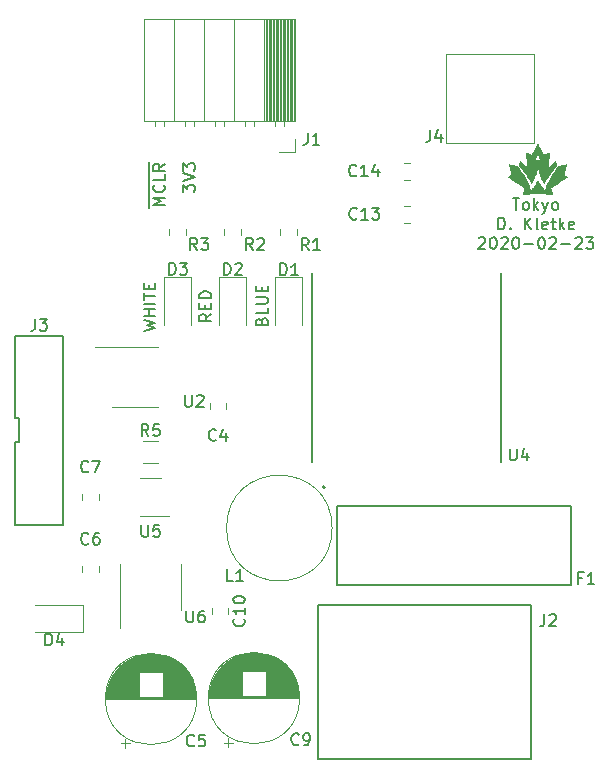
<source format=gto>
G04 #@! TF.GenerationSoftware,KiCad,Pcbnew,(5.1.2)-1*
G04 #@! TF.CreationDate,2020-02-23T20:11:06-05:00*
G04 #@! TF.ProjectId,telemetry_transmitter,74656c65-6d65-4747-9279-5f7472616e73,rev?*
G04 #@! TF.SameCoordinates,Original*
G04 #@! TF.FileFunction,Legend,Top*
G04 #@! TF.FilePolarity,Positive*
%FSLAX46Y46*%
G04 Gerber Fmt 4.6, Leading zero omitted, Abs format (unit mm)*
G04 Created by KiCad (PCBNEW (5.1.2)-1) date 2020-02-23 20:11:06*
%MOMM*%
%LPD*%
G04 APERTURE LIST*
%ADD10C,0.150000*%
%ADD11C,0.010000*%
%ADD12C,0.120000*%
%ADD13C,0.200000*%
%ADD14C,0.127000*%
G04 APERTURE END LIST*
D10*
X158399409Y-75500980D02*
X158970838Y-75500980D01*
X158685123Y-76500980D02*
X158685123Y-75500980D01*
X159447028Y-76500980D02*
X159351790Y-76453361D01*
X159304171Y-76405742D01*
X159256552Y-76310504D01*
X159256552Y-76024790D01*
X159304171Y-75929552D01*
X159351790Y-75881933D01*
X159447028Y-75834314D01*
X159589885Y-75834314D01*
X159685123Y-75881933D01*
X159732742Y-75929552D01*
X159780361Y-76024790D01*
X159780361Y-76310504D01*
X159732742Y-76405742D01*
X159685123Y-76453361D01*
X159589885Y-76500980D01*
X159447028Y-76500980D01*
X160208933Y-76500980D02*
X160208933Y-75500980D01*
X160304171Y-76120028D02*
X160589885Y-76500980D01*
X160589885Y-75834314D02*
X160208933Y-76215266D01*
X160923219Y-75834314D02*
X161161314Y-76500980D01*
X161399409Y-75834314D02*
X161161314Y-76500980D01*
X161066076Y-76739076D01*
X161018457Y-76786695D01*
X160923219Y-76834314D01*
X161923219Y-76500980D02*
X161827980Y-76453361D01*
X161780361Y-76405742D01*
X161732742Y-76310504D01*
X161732742Y-76024790D01*
X161780361Y-75929552D01*
X161827980Y-75881933D01*
X161923219Y-75834314D01*
X162066076Y-75834314D01*
X162161314Y-75881933D01*
X162208933Y-75929552D01*
X162256552Y-76024790D01*
X162256552Y-76310504D01*
X162208933Y-76405742D01*
X162161314Y-76453361D01*
X162066076Y-76500980D01*
X161923219Y-76500980D01*
X157185123Y-78150980D02*
X157185123Y-77150980D01*
X157423219Y-77150980D01*
X157566076Y-77198600D01*
X157661314Y-77293838D01*
X157708933Y-77389076D01*
X157756552Y-77579552D01*
X157756552Y-77722409D01*
X157708933Y-77912885D01*
X157661314Y-78008123D01*
X157566076Y-78103361D01*
X157423219Y-78150980D01*
X157185123Y-78150980D01*
X158185123Y-78055742D02*
X158232742Y-78103361D01*
X158185123Y-78150980D01*
X158137504Y-78103361D01*
X158185123Y-78055742D01*
X158185123Y-78150980D01*
X159423219Y-78150980D02*
X159423219Y-77150980D01*
X159994647Y-78150980D02*
X159566076Y-77579552D01*
X159994647Y-77150980D02*
X159423219Y-77722409D01*
X160566076Y-78150980D02*
X160470838Y-78103361D01*
X160423219Y-78008123D01*
X160423219Y-77150980D01*
X161327980Y-78103361D02*
X161232742Y-78150980D01*
X161042266Y-78150980D01*
X160947028Y-78103361D01*
X160899409Y-78008123D01*
X160899409Y-77627171D01*
X160947028Y-77531933D01*
X161042266Y-77484314D01*
X161232742Y-77484314D01*
X161327980Y-77531933D01*
X161375600Y-77627171D01*
X161375600Y-77722409D01*
X160899409Y-77817647D01*
X161661314Y-77484314D02*
X162042266Y-77484314D01*
X161804171Y-77150980D02*
X161804171Y-78008123D01*
X161851790Y-78103361D01*
X161947028Y-78150980D01*
X162042266Y-78150980D01*
X162375600Y-78150980D02*
X162375600Y-77150980D01*
X162470838Y-77770028D02*
X162756552Y-78150980D01*
X162756552Y-77484314D02*
X162375600Y-77865266D01*
X163566076Y-78103361D02*
X163470838Y-78150980D01*
X163280361Y-78150980D01*
X163185123Y-78103361D01*
X163137504Y-78008123D01*
X163137504Y-77627171D01*
X163185123Y-77531933D01*
X163280361Y-77484314D01*
X163470838Y-77484314D01*
X163566076Y-77531933D01*
X163613695Y-77627171D01*
X163613695Y-77722409D01*
X163137504Y-77817647D01*
X155518457Y-78896219D02*
X155566076Y-78848600D01*
X155661314Y-78800980D01*
X155899409Y-78800980D01*
X155994647Y-78848600D01*
X156042266Y-78896219D01*
X156089885Y-78991457D01*
X156089885Y-79086695D01*
X156042266Y-79229552D01*
X155470838Y-79800980D01*
X156089885Y-79800980D01*
X156708933Y-78800980D02*
X156804171Y-78800980D01*
X156899409Y-78848600D01*
X156947028Y-78896219D01*
X156994647Y-78991457D01*
X157042266Y-79181933D01*
X157042266Y-79420028D01*
X156994647Y-79610504D01*
X156947028Y-79705742D01*
X156899409Y-79753361D01*
X156804171Y-79800980D01*
X156708933Y-79800980D01*
X156613695Y-79753361D01*
X156566076Y-79705742D01*
X156518457Y-79610504D01*
X156470838Y-79420028D01*
X156470838Y-79181933D01*
X156518457Y-78991457D01*
X156566076Y-78896219D01*
X156613695Y-78848600D01*
X156708933Y-78800980D01*
X157423219Y-78896219D02*
X157470838Y-78848600D01*
X157566076Y-78800980D01*
X157804171Y-78800980D01*
X157899409Y-78848600D01*
X157947028Y-78896219D01*
X157994647Y-78991457D01*
X157994647Y-79086695D01*
X157947028Y-79229552D01*
X157375600Y-79800980D01*
X157994647Y-79800980D01*
X158613695Y-78800980D02*
X158708933Y-78800980D01*
X158804171Y-78848600D01*
X158851790Y-78896219D01*
X158899409Y-78991457D01*
X158947028Y-79181933D01*
X158947028Y-79420028D01*
X158899409Y-79610504D01*
X158851790Y-79705742D01*
X158804171Y-79753361D01*
X158708933Y-79800980D01*
X158613695Y-79800980D01*
X158518457Y-79753361D01*
X158470838Y-79705742D01*
X158423219Y-79610504D01*
X158375600Y-79420028D01*
X158375600Y-79181933D01*
X158423219Y-78991457D01*
X158470838Y-78896219D01*
X158518457Y-78848600D01*
X158613695Y-78800980D01*
X159375600Y-79420028D02*
X160137504Y-79420028D01*
X160804171Y-78800980D02*
X160899409Y-78800980D01*
X160994647Y-78848600D01*
X161042266Y-78896219D01*
X161089885Y-78991457D01*
X161137504Y-79181933D01*
X161137504Y-79420028D01*
X161089885Y-79610504D01*
X161042266Y-79705742D01*
X160994647Y-79753361D01*
X160899409Y-79800980D01*
X160804171Y-79800980D01*
X160708933Y-79753361D01*
X160661314Y-79705742D01*
X160613695Y-79610504D01*
X160566076Y-79420028D01*
X160566076Y-79181933D01*
X160613695Y-78991457D01*
X160661314Y-78896219D01*
X160708933Y-78848600D01*
X160804171Y-78800980D01*
X161518457Y-78896219D02*
X161566076Y-78848600D01*
X161661314Y-78800980D01*
X161899409Y-78800980D01*
X161994647Y-78848600D01*
X162042266Y-78896219D01*
X162089885Y-78991457D01*
X162089885Y-79086695D01*
X162042266Y-79229552D01*
X161470838Y-79800980D01*
X162089885Y-79800980D01*
X162518457Y-79420028D02*
X163280361Y-79420028D01*
X163708933Y-78896219D02*
X163756552Y-78848600D01*
X163851790Y-78800980D01*
X164089885Y-78800980D01*
X164185123Y-78848600D01*
X164232742Y-78896219D01*
X164280361Y-78991457D01*
X164280361Y-79086695D01*
X164232742Y-79229552D01*
X163661314Y-79800980D01*
X164280361Y-79800980D01*
X164613695Y-78800980D02*
X165232742Y-78800980D01*
X164899409Y-79181933D01*
X165042266Y-79181933D01*
X165137504Y-79229552D01*
X165185123Y-79277171D01*
X165232742Y-79372409D01*
X165232742Y-79610504D01*
X165185123Y-79705742D01*
X165137504Y-79753361D01*
X165042266Y-79800980D01*
X164756552Y-79800980D01*
X164661314Y-79753361D01*
X164613695Y-79705742D01*
X130490980Y-74974295D02*
X130490980Y-74355247D01*
X130871933Y-74688580D01*
X130871933Y-74545723D01*
X130919552Y-74450485D01*
X130967171Y-74402866D01*
X131062409Y-74355247D01*
X131300504Y-74355247D01*
X131395742Y-74402866D01*
X131443361Y-74450485D01*
X131490980Y-74545723D01*
X131490980Y-74831438D01*
X131443361Y-74926676D01*
X131395742Y-74974295D01*
X130490980Y-74069533D02*
X131490980Y-73736200D01*
X130490980Y-73402866D01*
X130490980Y-73164771D02*
X130490980Y-72545723D01*
X130871933Y-72879057D01*
X130871933Y-72736200D01*
X130919552Y-72640961D01*
X130967171Y-72593342D01*
X131062409Y-72545723D01*
X131300504Y-72545723D01*
X131395742Y-72593342D01*
X131443361Y-72640961D01*
X131490980Y-72736200D01*
X131490980Y-73021914D01*
X131443361Y-73117152D01*
X131395742Y-73164771D01*
X127583600Y-76347390D02*
X127583600Y-75204533D01*
X128950980Y-76109295D02*
X127950980Y-76109295D01*
X128665266Y-75775961D01*
X127950980Y-75442628D01*
X128950980Y-75442628D01*
X127583600Y-75204533D02*
X127583600Y-74204533D01*
X128855742Y-74395009D02*
X128903361Y-74442628D01*
X128950980Y-74585485D01*
X128950980Y-74680723D01*
X128903361Y-74823580D01*
X128808123Y-74918819D01*
X128712885Y-74966438D01*
X128522409Y-75014057D01*
X128379552Y-75014057D01*
X128189076Y-74966438D01*
X128093838Y-74918819D01*
X127998600Y-74823580D01*
X127950980Y-74680723D01*
X127950980Y-74585485D01*
X127998600Y-74442628D01*
X128046219Y-74395009D01*
X127583600Y-74204533D02*
X127583600Y-73395009D01*
X128950980Y-73490247D02*
X128950980Y-73966438D01*
X127950980Y-73966438D01*
X127583600Y-73395009D02*
X127583600Y-72395009D01*
X128950980Y-72585485D02*
X128474790Y-72918819D01*
X128950980Y-73156914D02*
X127950980Y-73156914D01*
X127950980Y-72775961D01*
X127998600Y-72680723D01*
X128046219Y-72633104D01*
X128141457Y-72585485D01*
X128284314Y-72585485D01*
X128379552Y-72633104D01*
X128427171Y-72680723D01*
X128474790Y-72775961D01*
X128474790Y-73156914D01*
X137139371Y-85916923D02*
X137186990Y-85774066D01*
X137234609Y-85726447D01*
X137329847Y-85678828D01*
X137472704Y-85678828D01*
X137567942Y-85726447D01*
X137615561Y-85774066D01*
X137663180Y-85869304D01*
X137663180Y-86250257D01*
X136663180Y-86250257D01*
X136663180Y-85916923D01*
X136710800Y-85821685D01*
X136758419Y-85774066D01*
X136853657Y-85726447D01*
X136948895Y-85726447D01*
X137044133Y-85774066D01*
X137091752Y-85821685D01*
X137139371Y-85916923D01*
X137139371Y-86250257D01*
X137663180Y-84774066D02*
X137663180Y-85250257D01*
X136663180Y-85250257D01*
X136663180Y-84440733D02*
X137472704Y-84440733D01*
X137567942Y-84393114D01*
X137615561Y-84345495D01*
X137663180Y-84250257D01*
X137663180Y-84059780D01*
X137615561Y-83964542D01*
X137567942Y-83916923D01*
X137472704Y-83869304D01*
X136663180Y-83869304D01*
X137139371Y-83393114D02*
X137139371Y-83059780D01*
X137663180Y-82916923D02*
X137663180Y-83393114D01*
X136663180Y-83393114D01*
X136663180Y-82916923D01*
X132887980Y-85301057D02*
X132411790Y-85634390D01*
X132887980Y-85872485D02*
X131887980Y-85872485D01*
X131887980Y-85491533D01*
X131935600Y-85396295D01*
X131983219Y-85348676D01*
X132078457Y-85301057D01*
X132221314Y-85301057D01*
X132316552Y-85348676D01*
X132364171Y-85396295D01*
X132411790Y-85491533D01*
X132411790Y-85872485D01*
X132364171Y-84872485D02*
X132364171Y-84539152D01*
X132887980Y-84396295D02*
X132887980Y-84872485D01*
X131887980Y-84872485D01*
X131887980Y-84396295D01*
X132887980Y-83967723D02*
X131887980Y-83967723D01*
X131887980Y-83729628D01*
X131935600Y-83586771D01*
X132030838Y-83491533D01*
X132126076Y-83443914D01*
X132316552Y-83396295D01*
X132459409Y-83396295D01*
X132649885Y-83443914D01*
X132745123Y-83491533D01*
X132840361Y-83586771D01*
X132887980Y-83729628D01*
X132887980Y-83967723D01*
X127163580Y-86707409D02*
X128163580Y-86469314D01*
X127449295Y-86278838D01*
X128163580Y-86088361D01*
X127163580Y-85850266D01*
X128163580Y-85469314D02*
X127163580Y-85469314D01*
X127639771Y-85469314D02*
X127639771Y-84897885D01*
X128163580Y-84897885D02*
X127163580Y-84897885D01*
X128163580Y-84421695D02*
X127163580Y-84421695D01*
X127163580Y-84088361D02*
X127163580Y-83516933D01*
X128163580Y-83802647D02*
X127163580Y-83802647D01*
X127639771Y-83183600D02*
X127639771Y-82850266D01*
X128163580Y-82707409D02*
X128163580Y-83183600D01*
X127163580Y-83183600D01*
X127163580Y-82707409D01*
D11*
G36*
X160510514Y-70948305D02*
G01*
X160521116Y-70965469D01*
X160537333Y-70992894D01*
X160558617Y-71029615D01*
X160584417Y-71074669D01*
X160614183Y-71127090D01*
X160647365Y-71185915D01*
X160683413Y-71250178D01*
X160721776Y-71318917D01*
X160755047Y-71378794D01*
X160794969Y-71450767D01*
X160832998Y-71519295D01*
X160868583Y-71583388D01*
X160901174Y-71642056D01*
X160930219Y-71694308D01*
X160955169Y-71739155D01*
X160975473Y-71775605D01*
X160990580Y-71802670D01*
X160999939Y-71819358D01*
X161002934Y-71824597D01*
X161007157Y-71826001D01*
X161017010Y-71824350D01*
X161033513Y-71819251D01*
X161057690Y-71810309D01*
X161090562Y-71797128D01*
X161133151Y-71779316D01*
X161186480Y-71756476D01*
X161243383Y-71731785D01*
X161296829Y-71708660D01*
X161346233Y-71687598D01*
X161390155Y-71669190D01*
X161427157Y-71654025D01*
X161455799Y-71642693D01*
X161474643Y-71635782D01*
X161482251Y-71633882D01*
X161482300Y-71633917D01*
X161482280Y-71641323D01*
X161480995Y-71661608D01*
X161478530Y-71693799D01*
X161474971Y-71736922D01*
X161470405Y-71790005D01*
X161464918Y-71852073D01*
X161458595Y-71922155D01*
X161451524Y-71999276D01*
X161443790Y-72082464D01*
X161435480Y-72170745D01*
X161426680Y-72263147D01*
X161425206Y-72278513D01*
X161416321Y-72371458D01*
X161407882Y-72460414D01*
X161399979Y-72544410D01*
X161392699Y-72622477D01*
X161386132Y-72693644D01*
X161380364Y-72756941D01*
X161375485Y-72811398D01*
X161371583Y-72856043D01*
X161368746Y-72889907D01*
X161367062Y-72912019D01*
X161366620Y-72921410D01*
X161366673Y-72921669D01*
X161372252Y-72917711D01*
X161387288Y-72905287D01*
X161410857Y-72885203D01*
X161442034Y-72858263D01*
X161479896Y-72825273D01*
X161523518Y-72787036D01*
X161571976Y-72744359D01*
X161624345Y-72698046D01*
X161670661Y-72656940D01*
X161725708Y-72608094D01*
X161777700Y-72562123D01*
X161825700Y-72519845D01*
X161868774Y-72482076D01*
X161905985Y-72449633D01*
X161936397Y-72423331D01*
X161959075Y-72403987D01*
X161973082Y-72392418D01*
X161977453Y-72389305D01*
X161979578Y-72390863D01*
X161982842Y-72396308D01*
X161987699Y-72406798D01*
X161994601Y-72423489D01*
X162004001Y-72447538D01*
X162016351Y-72480102D01*
X162032103Y-72522339D01*
X162051711Y-72575404D01*
X162074353Y-72636983D01*
X162095027Y-72693292D01*
X162035726Y-72761702D01*
X161959216Y-72852206D01*
X161878967Y-72951295D01*
X161796104Y-73057360D01*
X161711753Y-73168791D01*
X161627040Y-73283978D01*
X161543090Y-73401311D01*
X161461029Y-73519179D01*
X161381982Y-73635973D01*
X161307076Y-73750083D01*
X161237436Y-73859899D01*
X161174187Y-73963810D01*
X161118456Y-74060207D01*
X161084792Y-74121837D01*
X161047001Y-74193023D01*
X161024045Y-74159658D01*
X160980284Y-74091295D01*
X160934939Y-74011622D01*
X160889100Y-73922987D01*
X160843857Y-73827737D01*
X160800302Y-73728221D01*
X160759525Y-73626787D01*
X160722616Y-73525783D01*
X160704408Y-73471414D01*
X160671575Y-73364380D01*
X160638711Y-73246797D01*
X160606645Y-73122006D01*
X160576205Y-72993348D01*
X160548219Y-72864166D01*
X160526446Y-72753597D01*
X160506729Y-72648164D01*
X160470904Y-72826666D01*
X160431313Y-73012552D01*
X160389607Y-73185690D01*
X160345410Y-73347138D01*
X160298347Y-73497956D01*
X160248043Y-73639203D01*
X160194122Y-73771939D01*
X160136209Y-73897222D01*
X160073930Y-74016114D01*
X160012869Y-74120089D01*
X159996244Y-74146504D01*
X159982032Y-74168256D01*
X159971957Y-74182756D01*
X159968046Y-74187389D01*
X159962881Y-74183039D01*
X159953266Y-74168740D01*
X159940837Y-74147059D01*
X159933563Y-74133249D01*
X159893115Y-74057884D01*
X159844491Y-73973461D01*
X159788679Y-73881395D01*
X159726666Y-73783102D01*
X159659441Y-73679997D01*
X159587991Y-73573497D01*
X159513304Y-73465016D01*
X159436369Y-73355972D01*
X159358174Y-73247779D01*
X159279706Y-73141854D01*
X159201953Y-73039613D01*
X159125904Y-72942470D01*
X159052547Y-72851842D01*
X158982869Y-72769145D01*
X158976433Y-72761702D01*
X158917133Y-72693292D01*
X158937806Y-72636983D01*
X158961504Y-72572536D01*
X158980916Y-72520018D01*
X158996492Y-72478274D01*
X159008685Y-72446148D01*
X159017947Y-72422482D01*
X159024730Y-72406122D01*
X159029486Y-72395910D01*
X159032667Y-72390691D01*
X159034632Y-72389305D01*
X159040722Y-72393801D01*
X159056264Y-72406745D01*
X159080320Y-72427321D01*
X159111955Y-72454713D01*
X159150234Y-72488106D01*
X159194220Y-72526683D01*
X159242978Y-72569628D01*
X159295571Y-72616126D01*
X159341501Y-72656862D01*
X159396464Y-72705591D01*
X159448287Y-72751362D01*
X159496046Y-72793373D01*
X159538818Y-72830818D01*
X159575678Y-72862892D01*
X159605702Y-72888790D01*
X159627966Y-72907709D01*
X159641545Y-72918844D01*
X159645564Y-72921592D01*
X159645325Y-72914409D01*
X159643830Y-72894344D01*
X159641167Y-72862366D01*
X159637425Y-72819447D01*
X159632693Y-72766555D01*
X159627059Y-72704661D01*
X159620611Y-72634736D01*
X159613438Y-72557750D01*
X159605627Y-72474672D01*
X159597269Y-72386473D01*
X159596189Y-72375159D01*
X160253220Y-72375159D01*
X160255763Y-72375901D01*
X160265988Y-72368370D01*
X160281768Y-72354164D01*
X160283810Y-72352206D01*
X160308428Y-72331713D01*
X160339018Y-72310708D01*
X160366902Y-72294829D01*
X160429012Y-72271244D01*
X160492061Y-72261174D01*
X160554673Y-72264410D01*
X160615472Y-72280743D01*
X160673081Y-72309963D01*
X160723052Y-72348953D01*
X160740862Y-72364819D01*
X160753504Y-72374524D01*
X160758892Y-72376524D01*
X160758781Y-72375387D01*
X160756097Y-72367017D01*
X160749647Y-72346551D01*
X160739804Y-72315181D01*
X160726941Y-72274098D01*
X160711430Y-72224496D01*
X160693644Y-72167564D01*
X160673957Y-72104497D01*
X160652740Y-72036485D01*
X160631480Y-71968291D01*
X160609247Y-71897000D01*
X160588258Y-71829771D01*
X160568873Y-71767761D01*
X160551457Y-71712128D01*
X160536371Y-71664028D01*
X160523980Y-71624619D01*
X160514646Y-71595058D01*
X160508731Y-71576503D01*
X160506604Y-71570112D01*
X160504370Y-71576288D01*
X160498365Y-71594610D01*
X160488952Y-71623936D01*
X160476491Y-71663122D01*
X160461345Y-71711024D01*
X160443874Y-71766500D01*
X160424441Y-71828405D01*
X160403407Y-71895596D01*
X160381183Y-71966770D01*
X160358801Y-72038509D01*
X160337591Y-72106432D01*
X160317924Y-72169351D01*
X160300173Y-72226077D01*
X160284712Y-72275421D01*
X160271911Y-72316195D01*
X160262144Y-72347211D01*
X160255783Y-72367279D01*
X160253220Y-72375159D01*
X159596189Y-72375159D01*
X159588450Y-72294124D01*
X159586953Y-72278513D01*
X159578082Y-72185531D01*
X159569688Y-72096510D01*
X159561857Y-72012423D01*
X159554676Y-71934243D01*
X159548231Y-71862943D01*
X159542608Y-71799498D01*
X159537893Y-71744879D01*
X159534172Y-71700061D01*
X159531531Y-71666017D01*
X159530057Y-71643720D01*
X159529835Y-71634142D01*
X159529923Y-71633854D01*
X159537086Y-71635528D01*
X159555538Y-71642232D01*
X159583836Y-71653374D01*
X159620538Y-71668366D01*
X159664199Y-71686618D01*
X159713375Y-71707539D01*
X159766624Y-71730539D01*
X159767725Y-71731018D01*
X159820986Y-71754170D01*
X159870106Y-71775469D01*
X159913653Y-71794299D01*
X159950196Y-71810042D01*
X159978305Y-71822083D01*
X159996549Y-71829805D01*
X160003495Y-71832591D01*
X160003509Y-71832592D01*
X160007185Y-71826661D01*
X160017060Y-71809503D01*
X160032602Y-71782072D01*
X160053277Y-71745322D01*
X160078552Y-71700206D01*
X160107893Y-71647679D01*
X160140767Y-71588693D01*
X160176640Y-71524204D01*
X160214978Y-71455163D01*
X160252511Y-71387466D01*
X160292749Y-71315006D01*
X160331132Y-71246211D01*
X160367116Y-71182036D01*
X160400158Y-71123436D01*
X160429713Y-71071367D01*
X160455238Y-71026782D01*
X160476187Y-70990638D01*
X160492018Y-70963889D01*
X160502185Y-70947491D01*
X160506080Y-70942367D01*
X160510514Y-70948305D01*
X160510514Y-70948305D01*
G37*
X160510514Y-70948305D02*
X160521116Y-70965469D01*
X160537333Y-70992894D01*
X160558617Y-71029615D01*
X160584417Y-71074669D01*
X160614183Y-71127090D01*
X160647365Y-71185915D01*
X160683413Y-71250178D01*
X160721776Y-71318917D01*
X160755047Y-71378794D01*
X160794969Y-71450767D01*
X160832998Y-71519295D01*
X160868583Y-71583388D01*
X160901174Y-71642056D01*
X160930219Y-71694308D01*
X160955169Y-71739155D01*
X160975473Y-71775605D01*
X160990580Y-71802670D01*
X160999939Y-71819358D01*
X161002934Y-71824597D01*
X161007157Y-71826001D01*
X161017010Y-71824350D01*
X161033513Y-71819251D01*
X161057690Y-71810309D01*
X161090562Y-71797128D01*
X161133151Y-71779316D01*
X161186480Y-71756476D01*
X161243383Y-71731785D01*
X161296829Y-71708660D01*
X161346233Y-71687598D01*
X161390155Y-71669190D01*
X161427157Y-71654025D01*
X161455799Y-71642693D01*
X161474643Y-71635782D01*
X161482251Y-71633882D01*
X161482300Y-71633917D01*
X161482280Y-71641323D01*
X161480995Y-71661608D01*
X161478530Y-71693799D01*
X161474971Y-71736922D01*
X161470405Y-71790005D01*
X161464918Y-71852073D01*
X161458595Y-71922155D01*
X161451524Y-71999276D01*
X161443790Y-72082464D01*
X161435480Y-72170745D01*
X161426680Y-72263147D01*
X161425206Y-72278513D01*
X161416321Y-72371458D01*
X161407882Y-72460414D01*
X161399979Y-72544410D01*
X161392699Y-72622477D01*
X161386132Y-72693644D01*
X161380364Y-72756941D01*
X161375485Y-72811398D01*
X161371583Y-72856043D01*
X161368746Y-72889907D01*
X161367062Y-72912019D01*
X161366620Y-72921410D01*
X161366673Y-72921669D01*
X161372252Y-72917711D01*
X161387288Y-72905287D01*
X161410857Y-72885203D01*
X161442034Y-72858263D01*
X161479896Y-72825273D01*
X161523518Y-72787036D01*
X161571976Y-72744359D01*
X161624345Y-72698046D01*
X161670661Y-72656940D01*
X161725708Y-72608094D01*
X161777700Y-72562123D01*
X161825700Y-72519845D01*
X161868774Y-72482076D01*
X161905985Y-72449633D01*
X161936397Y-72423331D01*
X161959075Y-72403987D01*
X161973082Y-72392418D01*
X161977453Y-72389305D01*
X161979578Y-72390863D01*
X161982842Y-72396308D01*
X161987699Y-72406798D01*
X161994601Y-72423489D01*
X162004001Y-72447538D01*
X162016351Y-72480102D01*
X162032103Y-72522339D01*
X162051711Y-72575404D01*
X162074353Y-72636983D01*
X162095027Y-72693292D01*
X162035726Y-72761702D01*
X161959216Y-72852206D01*
X161878967Y-72951295D01*
X161796104Y-73057360D01*
X161711753Y-73168791D01*
X161627040Y-73283978D01*
X161543090Y-73401311D01*
X161461029Y-73519179D01*
X161381982Y-73635973D01*
X161307076Y-73750083D01*
X161237436Y-73859899D01*
X161174187Y-73963810D01*
X161118456Y-74060207D01*
X161084792Y-74121837D01*
X161047001Y-74193023D01*
X161024045Y-74159658D01*
X160980284Y-74091295D01*
X160934939Y-74011622D01*
X160889100Y-73922987D01*
X160843857Y-73827737D01*
X160800302Y-73728221D01*
X160759525Y-73626787D01*
X160722616Y-73525783D01*
X160704408Y-73471414D01*
X160671575Y-73364380D01*
X160638711Y-73246797D01*
X160606645Y-73122006D01*
X160576205Y-72993348D01*
X160548219Y-72864166D01*
X160526446Y-72753597D01*
X160506729Y-72648164D01*
X160470904Y-72826666D01*
X160431313Y-73012552D01*
X160389607Y-73185690D01*
X160345410Y-73347138D01*
X160298347Y-73497956D01*
X160248043Y-73639203D01*
X160194122Y-73771939D01*
X160136209Y-73897222D01*
X160073930Y-74016114D01*
X160012869Y-74120089D01*
X159996244Y-74146504D01*
X159982032Y-74168256D01*
X159971957Y-74182756D01*
X159968046Y-74187389D01*
X159962881Y-74183039D01*
X159953266Y-74168740D01*
X159940837Y-74147059D01*
X159933563Y-74133249D01*
X159893115Y-74057884D01*
X159844491Y-73973461D01*
X159788679Y-73881395D01*
X159726666Y-73783102D01*
X159659441Y-73679997D01*
X159587991Y-73573497D01*
X159513304Y-73465016D01*
X159436369Y-73355972D01*
X159358174Y-73247779D01*
X159279706Y-73141854D01*
X159201953Y-73039613D01*
X159125904Y-72942470D01*
X159052547Y-72851842D01*
X158982869Y-72769145D01*
X158976433Y-72761702D01*
X158917133Y-72693292D01*
X158937806Y-72636983D01*
X158961504Y-72572536D01*
X158980916Y-72520018D01*
X158996492Y-72478274D01*
X159008685Y-72446148D01*
X159017947Y-72422482D01*
X159024730Y-72406122D01*
X159029486Y-72395910D01*
X159032667Y-72390691D01*
X159034632Y-72389305D01*
X159040722Y-72393801D01*
X159056264Y-72406745D01*
X159080320Y-72427321D01*
X159111955Y-72454713D01*
X159150234Y-72488106D01*
X159194220Y-72526683D01*
X159242978Y-72569628D01*
X159295571Y-72616126D01*
X159341501Y-72656862D01*
X159396464Y-72705591D01*
X159448287Y-72751362D01*
X159496046Y-72793373D01*
X159538818Y-72830818D01*
X159575678Y-72862892D01*
X159605702Y-72888790D01*
X159627966Y-72907709D01*
X159641545Y-72918844D01*
X159645564Y-72921592D01*
X159645325Y-72914409D01*
X159643830Y-72894344D01*
X159641167Y-72862366D01*
X159637425Y-72819447D01*
X159632693Y-72766555D01*
X159627059Y-72704661D01*
X159620611Y-72634736D01*
X159613438Y-72557750D01*
X159605627Y-72474672D01*
X159597269Y-72386473D01*
X159596189Y-72375159D01*
X160253220Y-72375159D01*
X160255763Y-72375901D01*
X160265988Y-72368370D01*
X160281768Y-72354164D01*
X160283810Y-72352206D01*
X160308428Y-72331713D01*
X160339018Y-72310708D01*
X160366902Y-72294829D01*
X160429012Y-72271244D01*
X160492061Y-72261174D01*
X160554673Y-72264410D01*
X160615472Y-72280743D01*
X160673081Y-72309963D01*
X160723052Y-72348953D01*
X160740862Y-72364819D01*
X160753504Y-72374524D01*
X160758892Y-72376524D01*
X160758781Y-72375387D01*
X160756097Y-72367017D01*
X160749647Y-72346551D01*
X160739804Y-72315181D01*
X160726941Y-72274098D01*
X160711430Y-72224496D01*
X160693644Y-72167564D01*
X160673957Y-72104497D01*
X160652740Y-72036485D01*
X160631480Y-71968291D01*
X160609247Y-71897000D01*
X160588258Y-71829771D01*
X160568873Y-71767761D01*
X160551457Y-71712128D01*
X160536371Y-71664028D01*
X160523980Y-71624619D01*
X160514646Y-71595058D01*
X160508731Y-71576503D01*
X160506604Y-71570112D01*
X160504370Y-71576288D01*
X160498365Y-71594610D01*
X160488952Y-71623936D01*
X160476491Y-71663122D01*
X160461345Y-71711024D01*
X160443874Y-71766500D01*
X160424441Y-71828405D01*
X160403407Y-71895596D01*
X160381183Y-71966770D01*
X160358801Y-72038509D01*
X160337591Y-72106432D01*
X160317924Y-72169351D01*
X160300173Y-72226077D01*
X160284712Y-72275421D01*
X160271911Y-72316195D01*
X160262144Y-72347211D01*
X160255783Y-72367279D01*
X160253220Y-72375159D01*
X159596189Y-72375159D01*
X159588450Y-72294124D01*
X159586953Y-72278513D01*
X159578082Y-72185531D01*
X159569688Y-72096510D01*
X159561857Y-72012423D01*
X159554676Y-71934243D01*
X159548231Y-71862943D01*
X159542608Y-71799498D01*
X159537893Y-71744879D01*
X159534172Y-71700061D01*
X159531531Y-71666017D01*
X159530057Y-71643720D01*
X159529835Y-71634142D01*
X159529923Y-71633854D01*
X159537086Y-71635528D01*
X159555538Y-71642232D01*
X159583836Y-71653374D01*
X159620538Y-71668366D01*
X159664199Y-71686618D01*
X159713375Y-71707539D01*
X159766624Y-71730539D01*
X159767725Y-71731018D01*
X159820986Y-71754170D01*
X159870106Y-71775469D01*
X159913653Y-71794299D01*
X159950196Y-71810042D01*
X159978305Y-71822083D01*
X159996549Y-71829805D01*
X160003495Y-71832591D01*
X160003509Y-71832592D01*
X160007185Y-71826661D01*
X160017060Y-71809503D01*
X160032602Y-71782072D01*
X160053277Y-71745322D01*
X160078552Y-71700206D01*
X160107893Y-71647679D01*
X160140767Y-71588693D01*
X160176640Y-71524204D01*
X160214978Y-71455163D01*
X160252511Y-71387466D01*
X160292749Y-71315006D01*
X160331132Y-71246211D01*
X160367116Y-71182036D01*
X160400158Y-71123436D01*
X160429713Y-71071367D01*
X160455238Y-71026782D01*
X160476187Y-70990638D01*
X160492018Y-70963889D01*
X160502185Y-70947491D01*
X160506080Y-70942367D01*
X160510514Y-70948305D01*
G36*
X158103297Y-72644370D02*
G01*
X158122633Y-72647800D01*
X158152952Y-72653430D01*
X158192919Y-72661005D01*
X158241199Y-72670271D01*
X158296459Y-72680972D01*
X158357362Y-72692855D01*
X158422576Y-72705663D01*
X158423694Y-72705884D01*
X158504277Y-72721874D01*
X158572075Y-72735582D01*
X158627996Y-72747215D01*
X158672948Y-72756980D01*
X158707839Y-72765083D01*
X158733578Y-72771730D01*
X158751074Y-72777129D01*
X158761233Y-72781485D01*
X158763702Y-72783204D01*
X158776174Y-72796627D01*
X158795326Y-72820056D01*
X158820047Y-72851966D01*
X158849224Y-72890833D01*
X158881744Y-72935132D01*
X158916496Y-72983337D01*
X158952367Y-73033924D01*
X158988244Y-73085369D01*
X159023015Y-73136145D01*
X159044873Y-73168634D01*
X159148142Y-73327734D01*
X159249319Y-73492176D01*
X159347254Y-73659829D01*
X159440799Y-73828563D01*
X159528802Y-73996247D01*
X159610113Y-74160752D01*
X159683584Y-74319946D01*
X159747382Y-74470017D01*
X159763466Y-74511030D01*
X159780950Y-74557838D01*
X159799011Y-74608018D01*
X159816830Y-74659149D01*
X159833587Y-74708809D01*
X159848460Y-74754576D01*
X159860630Y-74794029D01*
X159869276Y-74824746D01*
X159872989Y-74840772D01*
X159877247Y-74857415D01*
X159881720Y-74866245D01*
X159882677Y-74866674D01*
X159889354Y-74861634D01*
X159903672Y-74847542D01*
X159924246Y-74825941D01*
X159949688Y-74798373D01*
X159978616Y-74766381D01*
X160009642Y-74731508D01*
X160041382Y-74695297D01*
X160072451Y-74659289D01*
X160101464Y-74625028D01*
X160122649Y-74599440D01*
X160187531Y-74517540D01*
X160247280Y-74436523D01*
X160304017Y-74353212D01*
X160359868Y-74264435D01*
X160416954Y-74167015D01*
X160443412Y-74119871D01*
X160463113Y-74085157D01*
X160480766Y-74055566D01*
X160495220Y-74032905D01*
X160505328Y-74018979D01*
X160509859Y-74015488D01*
X160515126Y-74023546D01*
X160525443Y-74041248D01*
X160539305Y-74065956D01*
X160554778Y-74094236D01*
X160631689Y-74230116D01*
X160709847Y-74355210D01*
X160791310Y-74472625D01*
X160878137Y-74585470D01*
X160888937Y-74598757D01*
X160915381Y-74630611D01*
X160944984Y-74665440D01*
X160976367Y-74701706D01*
X161008145Y-74737868D01*
X161038939Y-74772389D01*
X161067366Y-74803729D01*
X161092045Y-74830348D01*
X161111592Y-74850709D01*
X161124628Y-74863272D01*
X161129483Y-74866674D01*
X161133729Y-74860581D01*
X161138210Y-74845469D01*
X161139171Y-74840772D01*
X161144586Y-74818326D01*
X161154149Y-74785300D01*
X161167040Y-74744117D01*
X161182438Y-74697199D01*
X161199524Y-74646967D01*
X161217476Y-74595843D01*
X161235473Y-74546249D01*
X161252697Y-74500606D01*
X161264778Y-74470017D01*
X161328092Y-74321101D01*
X161400259Y-74164661D01*
X161480118Y-74002842D01*
X161566512Y-73837790D01*
X161658283Y-73671651D01*
X161754272Y-73506571D01*
X161853322Y-73344696D01*
X161954275Y-73188172D01*
X161966595Y-73169651D01*
X161999978Y-73120222D01*
X162035211Y-73069094D01*
X162071185Y-73017789D01*
X162106788Y-72967830D01*
X162140912Y-72920739D01*
X162172445Y-72878039D01*
X162200278Y-72841254D01*
X162223300Y-72811904D01*
X162240402Y-72791514D01*
X162248153Y-72783479D01*
X162255506Y-72779511D01*
X162270391Y-72774466D01*
X162293657Y-72768152D01*
X162326152Y-72760377D01*
X162368724Y-72750947D01*
X162422224Y-72739671D01*
X162487498Y-72726355D01*
X162565395Y-72710807D01*
X162588161Y-72706308D01*
X162653466Y-72693464D01*
X162714484Y-72681537D01*
X162769881Y-72670782D01*
X162818324Y-72661455D01*
X162858478Y-72653812D01*
X162889009Y-72648108D01*
X162908585Y-72644598D01*
X162915871Y-72643537D01*
X162915882Y-72643543D01*
X162914471Y-72650243D01*
X162909957Y-72669046D01*
X162902692Y-72698571D01*
X162893024Y-72737439D01*
X162881304Y-72784269D01*
X162867882Y-72837682D01*
X162853109Y-72896297D01*
X162837333Y-72958734D01*
X162820907Y-73023614D01*
X162804179Y-73089555D01*
X162787499Y-73155179D01*
X162771219Y-73219104D01*
X162755687Y-73279951D01*
X162741255Y-73336340D01*
X162728272Y-73386891D01*
X162717088Y-73430223D01*
X162708054Y-73464957D01*
X162701520Y-73489712D01*
X162697835Y-73503108D01*
X162697676Y-73503641D01*
X162699365Y-73508941D01*
X162707668Y-73516998D01*
X162723659Y-73528516D01*
X162748415Y-73544204D01*
X162783013Y-73564766D01*
X162828529Y-73590911D01*
X162844065Y-73599717D01*
X162885295Y-73623240D01*
X162922184Y-73644685D01*
X162953094Y-73663066D01*
X162976386Y-73677397D01*
X162990421Y-73686694D01*
X162993888Y-73689800D01*
X162988175Y-73694211D01*
X162971509Y-73705747D01*
X162944603Y-73723938D01*
X162908167Y-73748313D01*
X162862912Y-73778404D01*
X162809550Y-73813740D01*
X162748792Y-73853852D01*
X162681349Y-73898270D01*
X162607932Y-73946525D01*
X162529253Y-73998146D01*
X162446023Y-74052664D01*
X162358952Y-74109610D01*
X162291119Y-74153915D01*
X162201609Y-74212402D01*
X162115400Y-74268841D01*
X162033205Y-74322760D01*
X161955736Y-74373688D01*
X161883703Y-74421152D01*
X161817818Y-74464682D01*
X161758794Y-74503807D01*
X161707341Y-74538054D01*
X161664172Y-74566951D01*
X161629998Y-74590029D01*
X161605530Y-74606814D01*
X161591481Y-74616836D01*
X161588209Y-74619633D01*
X161590217Y-74627585D01*
X161596005Y-74647348D01*
X161605127Y-74677473D01*
X161617137Y-74716509D01*
X161631587Y-74763009D01*
X161648030Y-74815523D01*
X161666021Y-74872600D01*
X161672499Y-74893067D01*
X161690787Y-74951242D01*
X161707491Y-75005258D01*
X161722188Y-75053684D01*
X161734458Y-75095091D01*
X161743879Y-75128049D01*
X161750028Y-75151126D01*
X161752485Y-75162894D01*
X161752390Y-75164081D01*
X161744966Y-75163937D01*
X161724711Y-75162217D01*
X161692612Y-75159031D01*
X161649652Y-75154490D01*
X161596817Y-75148705D01*
X161535091Y-75141785D01*
X161465461Y-75133841D01*
X161388909Y-75124984D01*
X161306423Y-75115324D01*
X161218986Y-75104971D01*
X161127583Y-75094037D01*
X161126965Y-75093962D01*
X160506080Y-75019304D01*
X159897918Y-75092606D01*
X159807121Y-75103527D01*
X159720059Y-75113957D01*
X159637754Y-75123774D01*
X159561228Y-75132860D01*
X159491502Y-75141094D01*
X159429597Y-75148356D01*
X159376535Y-75154526D01*
X159333338Y-75159485D01*
X159301027Y-75163112D01*
X159280624Y-75165288D01*
X159273356Y-75165907D01*
X159260757Y-75163819D01*
X159256956Y-75160132D01*
X159258994Y-75152438D01*
X159264808Y-75132934D01*
X159273948Y-75103069D01*
X159285964Y-75064294D01*
X159300406Y-75018058D01*
X159316823Y-74965812D01*
X159334767Y-74909005D01*
X159340463Y-74891031D01*
X159358793Y-74833044D01*
X159375729Y-74779104D01*
X159390821Y-74730673D01*
X159403618Y-74689214D01*
X159413670Y-74656188D01*
X159420526Y-74633058D01*
X159423735Y-74621287D01*
X159423920Y-74620190D01*
X159418199Y-74615501D01*
X159401523Y-74603695D01*
X159374604Y-74585244D01*
X159338153Y-74560620D01*
X159292883Y-74530294D01*
X159239503Y-74494740D01*
X159178727Y-74454428D01*
X159111265Y-74409833D01*
X159037829Y-74361425D01*
X158959130Y-74309676D01*
X158875881Y-74255060D01*
X158788792Y-74198048D01*
X158721071Y-74153795D01*
X158631575Y-74095318D01*
X158545381Y-74038916D01*
X158463202Y-73985058D01*
X158385748Y-73934214D01*
X158313730Y-73886854D01*
X158247859Y-73843447D01*
X158188846Y-73804464D01*
X158137403Y-73770372D01*
X158094241Y-73741644D01*
X158060071Y-73718746D01*
X158035603Y-73702151D01*
X158021550Y-73692326D01*
X158018272Y-73689680D01*
X158024076Y-73684956D01*
X158040397Y-73674437D01*
X158065595Y-73659107D01*
X158098032Y-73639950D01*
X158136068Y-73617949D01*
X158168094Y-73599717D01*
X158217008Y-73571806D01*
X158254689Y-73549684D01*
X158282213Y-73532643D01*
X158300657Y-73519978D01*
X158311097Y-73510982D01*
X158314610Y-73504948D01*
X158314484Y-73503641D01*
X158311016Y-73491124D01*
X158304674Y-73467146D01*
X158295807Y-73433087D01*
X158284765Y-73390328D01*
X158271899Y-73340249D01*
X158257559Y-73284229D01*
X158242095Y-73223650D01*
X158225856Y-73159892D01*
X158209193Y-73094334D01*
X158192457Y-73028357D01*
X158175996Y-72963341D01*
X158160162Y-72900667D01*
X158145305Y-72841714D01*
X158131773Y-72787863D01*
X158119919Y-72740494D01*
X158110091Y-72700988D01*
X158102640Y-72670724D01*
X158097915Y-72651082D01*
X158096268Y-72643444D01*
X158096277Y-72643394D01*
X158103297Y-72644370D01*
X158103297Y-72644370D01*
G37*
X158103297Y-72644370D02*
X158122633Y-72647800D01*
X158152952Y-72653430D01*
X158192919Y-72661005D01*
X158241199Y-72670271D01*
X158296459Y-72680972D01*
X158357362Y-72692855D01*
X158422576Y-72705663D01*
X158423694Y-72705884D01*
X158504277Y-72721874D01*
X158572075Y-72735582D01*
X158627996Y-72747215D01*
X158672948Y-72756980D01*
X158707839Y-72765083D01*
X158733578Y-72771730D01*
X158751074Y-72777129D01*
X158761233Y-72781485D01*
X158763702Y-72783204D01*
X158776174Y-72796627D01*
X158795326Y-72820056D01*
X158820047Y-72851966D01*
X158849224Y-72890833D01*
X158881744Y-72935132D01*
X158916496Y-72983337D01*
X158952367Y-73033924D01*
X158988244Y-73085369D01*
X159023015Y-73136145D01*
X159044873Y-73168634D01*
X159148142Y-73327734D01*
X159249319Y-73492176D01*
X159347254Y-73659829D01*
X159440799Y-73828563D01*
X159528802Y-73996247D01*
X159610113Y-74160752D01*
X159683584Y-74319946D01*
X159747382Y-74470017D01*
X159763466Y-74511030D01*
X159780950Y-74557838D01*
X159799011Y-74608018D01*
X159816830Y-74659149D01*
X159833587Y-74708809D01*
X159848460Y-74754576D01*
X159860630Y-74794029D01*
X159869276Y-74824746D01*
X159872989Y-74840772D01*
X159877247Y-74857415D01*
X159881720Y-74866245D01*
X159882677Y-74866674D01*
X159889354Y-74861634D01*
X159903672Y-74847542D01*
X159924246Y-74825941D01*
X159949688Y-74798373D01*
X159978616Y-74766381D01*
X160009642Y-74731508D01*
X160041382Y-74695297D01*
X160072451Y-74659289D01*
X160101464Y-74625028D01*
X160122649Y-74599440D01*
X160187531Y-74517540D01*
X160247280Y-74436523D01*
X160304017Y-74353212D01*
X160359868Y-74264435D01*
X160416954Y-74167015D01*
X160443412Y-74119871D01*
X160463113Y-74085157D01*
X160480766Y-74055566D01*
X160495220Y-74032905D01*
X160505328Y-74018979D01*
X160509859Y-74015488D01*
X160515126Y-74023546D01*
X160525443Y-74041248D01*
X160539305Y-74065956D01*
X160554778Y-74094236D01*
X160631689Y-74230116D01*
X160709847Y-74355210D01*
X160791310Y-74472625D01*
X160878137Y-74585470D01*
X160888937Y-74598757D01*
X160915381Y-74630611D01*
X160944984Y-74665440D01*
X160976367Y-74701706D01*
X161008145Y-74737868D01*
X161038939Y-74772389D01*
X161067366Y-74803729D01*
X161092045Y-74830348D01*
X161111592Y-74850709D01*
X161124628Y-74863272D01*
X161129483Y-74866674D01*
X161133729Y-74860581D01*
X161138210Y-74845469D01*
X161139171Y-74840772D01*
X161144586Y-74818326D01*
X161154149Y-74785300D01*
X161167040Y-74744117D01*
X161182438Y-74697199D01*
X161199524Y-74646967D01*
X161217476Y-74595843D01*
X161235473Y-74546249D01*
X161252697Y-74500606D01*
X161264778Y-74470017D01*
X161328092Y-74321101D01*
X161400259Y-74164661D01*
X161480118Y-74002842D01*
X161566512Y-73837790D01*
X161658283Y-73671651D01*
X161754272Y-73506571D01*
X161853322Y-73344696D01*
X161954275Y-73188172D01*
X161966595Y-73169651D01*
X161999978Y-73120222D01*
X162035211Y-73069094D01*
X162071185Y-73017789D01*
X162106788Y-72967830D01*
X162140912Y-72920739D01*
X162172445Y-72878039D01*
X162200278Y-72841254D01*
X162223300Y-72811904D01*
X162240402Y-72791514D01*
X162248153Y-72783479D01*
X162255506Y-72779511D01*
X162270391Y-72774466D01*
X162293657Y-72768152D01*
X162326152Y-72760377D01*
X162368724Y-72750947D01*
X162422224Y-72739671D01*
X162487498Y-72726355D01*
X162565395Y-72710807D01*
X162588161Y-72706308D01*
X162653466Y-72693464D01*
X162714484Y-72681537D01*
X162769881Y-72670782D01*
X162818324Y-72661455D01*
X162858478Y-72653812D01*
X162889009Y-72648108D01*
X162908585Y-72644598D01*
X162915871Y-72643537D01*
X162915882Y-72643543D01*
X162914471Y-72650243D01*
X162909957Y-72669046D01*
X162902692Y-72698571D01*
X162893024Y-72737439D01*
X162881304Y-72784269D01*
X162867882Y-72837682D01*
X162853109Y-72896297D01*
X162837333Y-72958734D01*
X162820907Y-73023614D01*
X162804179Y-73089555D01*
X162787499Y-73155179D01*
X162771219Y-73219104D01*
X162755687Y-73279951D01*
X162741255Y-73336340D01*
X162728272Y-73386891D01*
X162717088Y-73430223D01*
X162708054Y-73464957D01*
X162701520Y-73489712D01*
X162697835Y-73503108D01*
X162697676Y-73503641D01*
X162699365Y-73508941D01*
X162707668Y-73516998D01*
X162723659Y-73528516D01*
X162748415Y-73544204D01*
X162783013Y-73564766D01*
X162828529Y-73590911D01*
X162844065Y-73599717D01*
X162885295Y-73623240D01*
X162922184Y-73644685D01*
X162953094Y-73663066D01*
X162976386Y-73677397D01*
X162990421Y-73686694D01*
X162993888Y-73689800D01*
X162988175Y-73694211D01*
X162971509Y-73705747D01*
X162944603Y-73723938D01*
X162908167Y-73748313D01*
X162862912Y-73778404D01*
X162809550Y-73813740D01*
X162748792Y-73853852D01*
X162681349Y-73898270D01*
X162607932Y-73946525D01*
X162529253Y-73998146D01*
X162446023Y-74052664D01*
X162358952Y-74109610D01*
X162291119Y-74153915D01*
X162201609Y-74212402D01*
X162115400Y-74268841D01*
X162033205Y-74322760D01*
X161955736Y-74373688D01*
X161883703Y-74421152D01*
X161817818Y-74464682D01*
X161758794Y-74503807D01*
X161707341Y-74538054D01*
X161664172Y-74566951D01*
X161629998Y-74590029D01*
X161605530Y-74606814D01*
X161591481Y-74616836D01*
X161588209Y-74619633D01*
X161590217Y-74627585D01*
X161596005Y-74647348D01*
X161605127Y-74677473D01*
X161617137Y-74716509D01*
X161631587Y-74763009D01*
X161648030Y-74815523D01*
X161666021Y-74872600D01*
X161672499Y-74893067D01*
X161690787Y-74951242D01*
X161707491Y-75005258D01*
X161722188Y-75053684D01*
X161734458Y-75095091D01*
X161743879Y-75128049D01*
X161750028Y-75151126D01*
X161752485Y-75162894D01*
X161752390Y-75164081D01*
X161744966Y-75163937D01*
X161724711Y-75162217D01*
X161692612Y-75159031D01*
X161649652Y-75154490D01*
X161596817Y-75148705D01*
X161535091Y-75141785D01*
X161465461Y-75133841D01*
X161388909Y-75124984D01*
X161306423Y-75115324D01*
X161218986Y-75104971D01*
X161127583Y-75094037D01*
X161126965Y-75093962D01*
X160506080Y-75019304D01*
X159897918Y-75092606D01*
X159807121Y-75103527D01*
X159720059Y-75113957D01*
X159637754Y-75123774D01*
X159561228Y-75132860D01*
X159491502Y-75141094D01*
X159429597Y-75148356D01*
X159376535Y-75154526D01*
X159333338Y-75159485D01*
X159301027Y-75163112D01*
X159280624Y-75165288D01*
X159273356Y-75165907D01*
X159260757Y-75163819D01*
X159256956Y-75160132D01*
X159258994Y-75152438D01*
X159264808Y-75132934D01*
X159273948Y-75103069D01*
X159285964Y-75064294D01*
X159300406Y-75018058D01*
X159316823Y-74965812D01*
X159334767Y-74909005D01*
X159340463Y-74891031D01*
X159358793Y-74833044D01*
X159375729Y-74779104D01*
X159390821Y-74730673D01*
X159403618Y-74689214D01*
X159413670Y-74656188D01*
X159420526Y-74633058D01*
X159423735Y-74621287D01*
X159423920Y-74620190D01*
X159418199Y-74615501D01*
X159401523Y-74603695D01*
X159374604Y-74585244D01*
X159338153Y-74560620D01*
X159292883Y-74530294D01*
X159239503Y-74494740D01*
X159178727Y-74454428D01*
X159111265Y-74409833D01*
X159037829Y-74361425D01*
X158959130Y-74309676D01*
X158875881Y-74255060D01*
X158788792Y-74198048D01*
X158721071Y-74153795D01*
X158631575Y-74095318D01*
X158545381Y-74038916D01*
X158463202Y-73985058D01*
X158385748Y-73934214D01*
X158313730Y-73886854D01*
X158247859Y-73843447D01*
X158188846Y-73804464D01*
X158137403Y-73770372D01*
X158094241Y-73741644D01*
X158060071Y-73718746D01*
X158035603Y-73702151D01*
X158021550Y-73692326D01*
X158018272Y-73689680D01*
X158024076Y-73684956D01*
X158040397Y-73674437D01*
X158065595Y-73659107D01*
X158098032Y-73639950D01*
X158136068Y-73617949D01*
X158168094Y-73599717D01*
X158217008Y-73571806D01*
X158254689Y-73549684D01*
X158282213Y-73532643D01*
X158300657Y-73519978D01*
X158311097Y-73510982D01*
X158314610Y-73504948D01*
X158314484Y-73503641D01*
X158311016Y-73491124D01*
X158304674Y-73467146D01*
X158295807Y-73433087D01*
X158284765Y-73390328D01*
X158271899Y-73340249D01*
X158257559Y-73284229D01*
X158242095Y-73223650D01*
X158225856Y-73159892D01*
X158209193Y-73094334D01*
X158192457Y-73028357D01*
X158175996Y-72963341D01*
X158160162Y-72900667D01*
X158145305Y-72841714D01*
X158131773Y-72787863D01*
X158119919Y-72740494D01*
X158110091Y-72700988D01*
X158102640Y-72670724D01*
X158097915Y-72651082D01*
X158096268Y-72643444D01*
X158096277Y-72643394D01*
X158103297Y-72644370D01*
D12*
X139988600Y-70459600D02*
X139988600Y-71569600D01*
X139988600Y-71569600D02*
X138658600Y-71569600D01*
X139988600Y-60369600D02*
X127168600Y-60369600D01*
X127168600Y-60369600D02*
X127168600Y-68999600D01*
X139988600Y-68999600D02*
X127168600Y-68999600D01*
X139988600Y-60369600D02*
X139988600Y-68999600D01*
X129768600Y-60369600D02*
X129768600Y-68999600D01*
X132308600Y-60369600D02*
X132308600Y-68999600D01*
X134848600Y-60369600D02*
X134848600Y-68999600D01*
X137388600Y-60369600D02*
X137388600Y-68999600D01*
X128138600Y-68999600D02*
X128138600Y-69409600D01*
X128858600Y-68999600D02*
X128858600Y-69409600D01*
X130678600Y-68999600D02*
X130678600Y-69409600D01*
X131398600Y-68999600D02*
X131398600Y-69409600D01*
X133218600Y-68999600D02*
X133218600Y-69409600D01*
X133938600Y-68999600D02*
X133938600Y-69409600D01*
X135758600Y-68999600D02*
X135758600Y-69409600D01*
X136478600Y-68999600D02*
X136478600Y-69409600D01*
X138298600Y-68999600D02*
X138298600Y-69349600D01*
X139018600Y-68999600D02*
X139018600Y-69349600D01*
X137506700Y-60369600D02*
X137506700Y-68999600D01*
X137624795Y-60369600D02*
X137624795Y-68999600D01*
X137742890Y-60369600D02*
X137742890Y-68999600D01*
X137860985Y-60369600D02*
X137860985Y-68999600D01*
X137979080Y-60369600D02*
X137979080Y-68999600D01*
X138097175Y-60369600D02*
X138097175Y-68999600D01*
X138215270Y-60369600D02*
X138215270Y-68999600D01*
X138333365Y-60369600D02*
X138333365Y-68999600D01*
X138451460Y-60369600D02*
X138451460Y-68999600D01*
X138569555Y-60369600D02*
X138569555Y-68999600D01*
X138687650Y-60369600D02*
X138687650Y-68999600D01*
X138805745Y-60369600D02*
X138805745Y-68999600D01*
X138923840Y-60369600D02*
X138923840Y-68999600D01*
X139041935Y-60369600D02*
X139041935Y-68999600D01*
X139160030Y-60369600D02*
X139160030Y-68999600D01*
X139278125Y-60369600D02*
X139278125Y-68999600D01*
X139396220Y-60369600D02*
X139396220Y-68999600D01*
X139514315Y-60369600D02*
X139514315Y-68999600D01*
X139632410Y-60369600D02*
X139632410Y-68999600D01*
X139750505Y-60369600D02*
X139750505Y-68999600D01*
X139868600Y-60369600D02*
X139868600Y-68999600D01*
X125237400Y-121668611D02*
X125987400Y-121668611D01*
X125612400Y-122043611D02*
X125612400Y-121293611D01*
X127346400Y-114060400D02*
X128228400Y-114060400D01*
X127094400Y-114100400D02*
X128480400Y-114100400D01*
X126910400Y-114140400D02*
X128664400Y-114140400D01*
X126759400Y-114180400D02*
X128815400Y-114180400D01*
X126629400Y-114220400D02*
X128945400Y-114220400D01*
X126512400Y-114260400D02*
X129062400Y-114260400D01*
X126406400Y-114300400D02*
X129168400Y-114300400D01*
X126309400Y-114340400D02*
X129265400Y-114340400D01*
X126218400Y-114380400D02*
X129356400Y-114380400D01*
X126133400Y-114420400D02*
X129441400Y-114420400D01*
X126054400Y-114460400D02*
X129520400Y-114460400D01*
X125978400Y-114500400D02*
X129596400Y-114500400D01*
X125906400Y-114540400D02*
X129668400Y-114540400D01*
X125838400Y-114580400D02*
X129736400Y-114580400D01*
X125773400Y-114620400D02*
X129801400Y-114620400D01*
X125710400Y-114660400D02*
X129864400Y-114660400D01*
X125650400Y-114700400D02*
X129924400Y-114700400D01*
X125592400Y-114740400D02*
X129982400Y-114740400D01*
X125537400Y-114780400D02*
X130037400Y-114780400D01*
X125483400Y-114820400D02*
X130091400Y-114820400D01*
X125432400Y-114860400D02*
X130142400Y-114860400D01*
X125382400Y-114900400D02*
X130192400Y-114900400D01*
X125333400Y-114940400D02*
X130241400Y-114940400D01*
X125287400Y-114980400D02*
X130287400Y-114980400D01*
X125241400Y-115020400D02*
X130333400Y-115020400D01*
X125198400Y-115060400D02*
X130376400Y-115060400D01*
X125155400Y-115100400D02*
X130419400Y-115100400D01*
X125114400Y-115140400D02*
X130460400Y-115140400D01*
X125074400Y-115180400D02*
X130500400Y-115180400D01*
X125035400Y-115220400D02*
X130539400Y-115220400D01*
X124997400Y-115260400D02*
X130577400Y-115260400D01*
X124960400Y-115300400D02*
X130614400Y-115300400D01*
X124924400Y-115340400D02*
X130650400Y-115340400D01*
X124889400Y-115380400D02*
X130685400Y-115380400D01*
X124856400Y-115420400D02*
X130718400Y-115420400D01*
X124823400Y-115460400D02*
X130751400Y-115460400D01*
X124791400Y-115500400D02*
X130783400Y-115500400D01*
X124759400Y-115540400D02*
X130815400Y-115540400D01*
X124729400Y-115580400D02*
X130845400Y-115580400D01*
X128827400Y-115620400D02*
X130875400Y-115620400D01*
X124699400Y-115620400D02*
X126747400Y-115620400D01*
X128827400Y-115660400D02*
X130903400Y-115660400D01*
X124671400Y-115660400D02*
X126747400Y-115660400D01*
X128827400Y-115700400D02*
X130931400Y-115700400D01*
X124643400Y-115700400D02*
X126747400Y-115700400D01*
X128827400Y-115740400D02*
X130959400Y-115740400D01*
X124615400Y-115740400D02*
X126747400Y-115740400D01*
X128827400Y-115780400D02*
X130985400Y-115780400D01*
X124589400Y-115780400D02*
X126747400Y-115780400D01*
X128827400Y-115820400D02*
X131011400Y-115820400D01*
X124563400Y-115820400D02*
X126747400Y-115820400D01*
X128827400Y-115860400D02*
X131036400Y-115860400D01*
X124538400Y-115860400D02*
X126747400Y-115860400D01*
X128827400Y-115900400D02*
X131061400Y-115900400D01*
X124513400Y-115900400D02*
X126747400Y-115900400D01*
X128827400Y-115940400D02*
X131084400Y-115940400D01*
X124490400Y-115940400D02*
X126747400Y-115940400D01*
X128827400Y-115980400D02*
X131108400Y-115980400D01*
X124466400Y-115980400D02*
X126747400Y-115980400D01*
X128827400Y-116020400D02*
X131130400Y-116020400D01*
X124444400Y-116020400D02*
X126747400Y-116020400D01*
X128827400Y-116060400D02*
X131152400Y-116060400D01*
X124422400Y-116060400D02*
X126747400Y-116060400D01*
X128827400Y-116100400D02*
X131173400Y-116100400D01*
X124401400Y-116100400D02*
X126747400Y-116100400D01*
X128827400Y-116140400D02*
X131194400Y-116140400D01*
X124380400Y-116140400D02*
X126747400Y-116140400D01*
X128827400Y-116180400D02*
X131214400Y-116180400D01*
X124360400Y-116180400D02*
X126747400Y-116180400D01*
X128827400Y-116220400D02*
X131234400Y-116220400D01*
X124340400Y-116220400D02*
X126747400Y-116220400D01*
X128827400Y-116260400D02*
X131253400Y-116260400D01*
X124321400Y-116260400D02*
X126747400Y-116260400D01*
X128827400Y-116300400D02*
X131271400Y-116300400D01*
X124303400Y-116300400D02*
X126747400Y-116300400D01*
X128827400Y-116340400D02*
X131289400Y-116340400D01*
X124285400Y-116340400D02*
X126747400Y-116340400D01*
X128827400Y-116380400D02*
X131307400Y-116380400D01*
X124267400Y-116380400D02*
X126747400Y-116380400D01*
X128827400Y-116420400D02*
X131323400Y-116420400D01*
X124251400Y-116420400D02*
X126747400Y-116420400D01*
X128827400Y-116460400D02*
X131340400Y-116460400D01*
X124234400Y-116460400D02*
X126747400Y-116460400D01*
X128827400Y-116500400D02*
X131355400Y-116500400D01*
X124219400Y-116500400D02*
X126747400Y-116500400D01*
X128827400Y-116540400D02*
X131371400Y-116540400D01*
X124203400Y-116540400D02*
X126747400Y-116540400D01*
X128827400Y-116580400D02*
X131385400Y-116580400D01*
X124189400Y-116580400D02*
X126747400Y-116580400D01*
X128827400Y-116620400D02*
X131400400Y-116620400D01*
X124174400Y-116620400D02*
X126747400Y-116620400D01*
X128827400Y-116660400D02*
X131413400Y-116660400D01*
X124161400Y-116660400D02*
X126747400Y-116660400D01*
X128827400Y-116700400D02*
X131427400Y-116700400D01*
X124147400Y-116700400D02*
X126747400Y-116700400D01*
X128827400Y-116740400D02*
X131440400Y-116740400D01*
X124134400Y-116740400D02*
X126747400Y-116740400D01*
X128827400Y-116780400D02*
X131452400Y-116780400D01*
X124122400Y-116780400D02*
X126747400Y-116780400D01*
X128827400Y-116820400D02*
X131464400Y-116820400D01*
X124110400Y-116820400D02*
X126747400Y-116820400D01*
X128827400Y-116860400D02*
X131475400Y-116860400D01*
X124099400Y-116860400D02*
X126747400Y-116860400D01*
X128827400Y-116900400D02*
X131486400Y-116900400D01*
X124088400Y-116900400D02*
X126747400Y-116900400D01*
X128827400Y-116940400D02*
X131497400Y-116940400D01*
X124077400Y-116940400D02*
X126747400Y-116940400D01*
X128827400Y-116980400D02*
X131507400Y-116980400D01*
X124067400Y-116980400D02*
X126747400Y-116980400D01*
X128827400Y-117020400D02*
X131516400Y-117020400D01*
X124058400Y-117020400D02*
X126747400Y-117020400D01*
X128827400Y-117060400D02*
X131525400Y-117060400D01*
X124049400Y-117060400D02*
X126747400Y-117060400D01*
X128827400Y-117100400D02*
X131534400Y-117100400D01*
X124040400Y-117100400D02*
X126747400Y-117100400D01*
X128827400Y-117140400D02*
X131542400Y-117140400D01*
X124032400Y-117140400D02*
X126747400Y-117140400D01*
X128827400Y-117180400D02*
X131550400Y-117180400D01*
X124024400Y-117180400D02*
X126747400Y-117180400D01*
X128827400Y-117221400D02*
X131557400Y-117221400D01*
X124017400Y-117221400D02*
X126747400Y-117221400D01*
X128827400Y-117261400D02*
X131564400Y-117261400D01*
X124010400Y-117261400D02*
X126747400Y-117261400D01*
X128827400Y-117301400D02*
X131571400Y-117301400D01*
X124003400Y-117301400D02*
X126747400Y-117301400D01*
X128827400Y-117341400D02*
X131577400Y-117341400D01*
X123997400Y-117341400D02*
X126747400Y-117341400D01*
X128827400Y-117381400D02*
X131582400Y-117381400D01*
X123992400Y-117381400D02*
X126747400Y-117381400D01*
X128827400Y-117421400D02*
X131588400Y-117421400D01*
X123986400Y-117421400D02*
X126747400Y-117421400D01*
X128827400Y-117461400D02*
X131592400Y-117461400D01*
X123982400Y-117461400D02*
X126747400Y-117461400D01*
X128827400Y-117501400D02*
X131597400Y-117501400D01*
X123977400Y-117501400D02*
X126747400Y-117501400D01*
X128827400Y-117541400D02*
X131601400Y-117541400D01*
X123973400Y-117541400D02*
X126747400Y-117541400D01*
X128827400Y-117581400D02*
X131604400Y-117581400D01*
X123970400Y-117581400D02*
X126747400Y-117581400D01*
X128827400Y-117621400D02*
X131607400Y-117621400D01*
X123967400Y-117621400D02*
X126747400Y-117621400D01*
X128827400Y-117661400D02*
X131610400Y-117661400D01*
X123964400Y-117661400D02*
X126747400Y-117661400D01*
X123962400Y-117701400D02*
X131612400Y-117701400D01*
X123960400Y-117741400D02*
X131614400Y-117741400D01*
X123958400Y-117781400D02*
X131616400Y-117781400D01*
X123957400Y-117821400D02*
X131617400Y-117821400D01*
X123957400Y-117861400D02*
X131617400Y-117861400D01*
X123957400Y-117901400D02*
X131617400Y-117901400D01*
X131657400Y-117901400D02*
G75*
G03X131657400Y-117901400I-3870000J0D01*
G01*
D13*
X142503600Y-99989800D02*
G75*
G03X142503600Y-99989800I-100000J0D01*
G01*
D14*
X141453600Y-97839800D02*
X141453600Y-81839800D01*
X157453600Y-97839800D02*
X157453600Y-81839800D01*
D12*
X143117800Y-103428800D02*
G75*
G03X143117800Y-103428800I-4470000J0D01*
G01*
X160239400Y-70831400D02*
X152739400Y-70831400D01*
X160239400Y-63331400D02*
X160239400Y-70831400D01*
X152739400Y-63331400D02*
X152739400Y-70831400D01*
X152739400Y-63331400D02*
X160239400Y-63331400D01*
X125176600Y-108432600D02*
X125176600Y-111882600D01*
X125176600Y-108432600D02*
X125176600Y-106482600D01*
X130296600Y-108432600D02*
X130296600Y-110382600D01*
X130296600Y-108432600D02*
X130296600Y-106482600D01*
X126836600Y-102422600D02*
X129286600Y-102422600D01*
X128636600Y-99202600D02*
X126836600Y-99202600D01*
X126466600Y-88092600D02*
X123016600Y-88092600D01*
X126466600Y-88092600D02*
X128416600Y-88092600D01*
X126466600Y-93212600D02*
X124516600Y-93212600D01*
X126466600Y-93212600D02*
X128416600Y-93212600D01*
X127134536Y-97912600D02*
X128338664Y-97912600D01*
X127134536Y-96092600D02*
X128338664Y-96092600D01*
X130707200Y-78603852D02*
X130707200Y-78081348D01*
X129287200Y-78603852D02*
X129287200Y-78081348D01*
X135406200Y-78594852D02*
X135406200Y-78072348D01*
X133986200Y-78594852D02*
X133986200Y-78072348D01*
X140156000Y-78594852D02*
X140156000Y-78072348D01*
X138736000Y-78594852D02*
X138736000Y-78072348D01*
D10*
X120303800Y-87148400D02*
X116303800Y-87148400D01*
X120303800Y-103148400D02*
X120303800Y-87148400D01*
X116303800Y-103148400D02*
X120303800Y-103148400D01*
X116303800Y-96148400D02*
X116303800Y-103148400D01*
X116603800Y-96148400D02*
X116303800Y-96148400D01*
X116603800Y-94148400D02*
X116603800Y-96148400D01*
X116303800Y-94148400D02*
X116603800Y-94148400D01*
X116303800Y-87148400D02*
X116303800Y-94148400D01*
X159967000Y-122947400D02*
X159967000Y-109947400D01*
X141917000Y-109947400D02*
X159967000Y-109947400D01*
X141917000Y-122947400D02*
X141917000Y-109947400D01*
X159967000Y-122947400D02*
X141917000Y-122947400D01*
X143541400Y-108287400D02*
X143541400Y-101567400D01*
X163341400Y-108287400D02*
X143541400Y-108287400D01*
X163341400Y-101567400D02*
X163341400Y-108287400D01*
X143541400Y-101567400D02*
X163341400Y-101567400D01*
D12*
X122043200Y-109964600D02*
X117983200Y-109964600D01*
X122043200Y-112234600D02*
X122043200Y-109964600D01*
X117983200Y-112234600D02*
X122043200Y-112234600D01*
X128862200Y-82198200D02*
X128862200Y-86258200D01*
X131132200Y-82198200D02*
X128862200Y-82198200D01*
X131132200Y-86258200D02*
X131132200Y-82198200D01*
X133561200Y-82187100D02*
X133561200Y-86247100D01*
X135831200Y-82187100D02*
X133561200Y-82187100D01*
X135831200Y-86247100D02*
X135831200Y-82187100D01*
X138311000Y-82198200D02*
X138311000Y-86258200D01*
X140581000Y-82198200D02*
X138311000Y-82198200D01*
X140581000Y-86258200D02*
X140581000Y-82198200D01*
X149208748Y-73963600D02*
X149731252Y-73963600D01*
X149208748Y-72543600D02*
X149731252Y-72543600D01*
X149217748Y-77570400D02*
X149740252Y-77570400D01*
X149217748Y-76150400D02*
X149740252Y-76150400D01*
X132919400Y-110212348D02*
X132919400Y-110734852D01*
X134339400Y-110212348D02*
X134339400Y-110734852D01*
X133949600Y-121592411D02*
X134699600Y-121592411D01*
X134324600Y-121967411D02*
X134324600Y-121217411D01*
X136058600Y-113984200D02*
X136940600Y-113984200D01*
X135806600Y-114024200D02*
X137192600Y-114024200D01*
X135622600Y-114064200D02*
X137376600Y-114064200D01*
X135471600Y-114104200D02*
X137527600Y-114104200D01*
X135341600Y-114144200D02*
X137657600Y-114144200D01*
X135224600Y-114184200D02*
X137774600Y-114184200D01*
X135118600Y-114224200D02*
X137880600Y-114224200D01*
X135021600Y-114264200D02*
X137977600Y-114264200D01*
X134930600Y-114304200D02*
X138068600Y-114304200D01*
X134845600Y-114344200D02*
X138153600Y-114344200D01*
X134766600Y-114384200D02*
X138232600Y-114384200D01*
X134690600Y-114424200D02*
X138308600Y-114424200D01*
X134618600Y-114464200D02*
X138380600Y-114464200D01*
X134550600Y-114504200D02*
X138448600Y-114504200D01*
X134485600Y-114544200D02*
X138513600Y-114544200D01*
X134422600Y-114584200D02*
X138576600Y-114584200D01*
X134362600Y-114624200D02*
X138636600Y-114624200D01*
X134304600Y-114664200D02*
X138694600Y-114664200D01*
X134249600Y-114704200D02*
X138749600Y-114704200D01*
X134195600Y-114744200D02*
X138803600Y-114744200D01*
X134144600Y-114784200D02*
X138854600Y-114784200D01*
X134094600Y-114824200D02*
X138904600Y-114824200D01*
X134045600Y-114864200D02*
X138953600Y-114864200D01*
X133999600Y-114904200D02*
X138999600Y-114904200D01*
X133953600Y-114944200D02*
X139045600Y-114944200D01*
X133910600Y-114984200D02*
X139088600Y-114984200D01*
X133867600Y-115024200D02*
X139131600Y-115024200D01*
X133826600Y-115064200D02*
X139172600Y-115064200D01*
X133786600Y-115104200D02*
X139212600Y-115104200D01*
X133747600Y-115144200D02*
X139251600Y-115144200D01*
X133709600Y-115184200D02*
X139289600Y-115184200D01*
X133672600Y-115224200D02*
X139326600Y-115224200D01*
X133636600Y-115264200D02*
X139362600Y-115264200D01*
X133601600Y-115304200D02*
X139397600Y-115304200D01*
X133568600Y-115344200D02*
X139430600Y-115344200D01*
X133535600Y-115384200D02*
X139463600Y-115384200D01*
X133503600Y-115424200D02*
X139495600Y-115424200D01*
X133471600Y-115464200D02*
X139527600Y-115464200D01*
X133441600Y-115504200D02*
X139557600Y-115504200D01*
X137539600Y-115544200D02*
X139587600Y-115544200D01*
X133411600Y-115544200D02*
X135459600Y-115544200D01*
X137539600Y-115584200D02*
X139615600Y-115584200D01*
X133383600Y-115584200D02*
X135459600Y-115584200D01*
X137539600Y-115624200D02*
X139643600Y-115624200D01*
X133355600Y-115624200D02*
X135459600Y-115624200D01*
X137539600Y-115664200D02*
X139671600Y-115664200D01*
X133327600Y-115664200D02*
X135459600Y-115664200D01*
X137539600Y-115704200D02*
X139697600Y-115704200D01*
X133301600Y-115704200D02*
X135459600Y-115704200D01*
X137539600Y-115744200D02*
X139723600Y-115744200D01*
X133275600Y-115744200D02*
X135459600Y-115744200D01*
X137539600Y-115784200D02*
X139748600Y-115784200D01*
X133250600Y-115784200D02*
X135459600Y-115784200D01*
X137539600Y-115824200D02*
X139773600Y-115824200D01*
X133225600Y-115824200D02*
X135459600Y-115824200D01*
X137539600Y-115864200D02*
X139796600Y-115864200D01*
X133202600Y-115864200D02*
X135459600Y-115864200D01*
X137539600Y-115904200D02*
X139820600Y-115904200D01*
X133178600Y-115904200D02*
X135459600Y-115904200D01*
X137539600Y-115944200D02*
X139842600Y-115944200D01*
X133156600Y-115944200D02*
X135459600Y-115944200D01*
X137539600Y-115984200D02*
X139864600Y-115984200D01*
X133134600Y-115984200D02*
X135459600Y-115984200D01*
X137539600Y-116024200D02*
X139885600Y-116024200D01*
X133113600Y-116024200D02*
X135459600Y-116024200D01*
X137539600Y-116064200D02*
X139906600Y-116064200D01*
X133092600Y-116064200D02*
X135459600Y-116064200D01*
X137539600Y-116104200D02*
X139926600Y-116104200D01*
X133072600Y-116104200D02*
X135459600Y-116104200D01*
X137539600Y-116144200D02*
X139946600Y-116144200D01*
X133052600Y-116144200D02*
X135459600Y-116144200D01*
X137539600Y-116184200D02*
X139965600Y-116184200D01*
X133033600Y-116184200D02*
X135459600Y-116184200D01*
X137539600Y-116224200D02*
X139983600Y-116224200D01*
X133015600Y-116224200D02*
X135459600Y-116224200D01*
X137539600Y-116264200D02*
X140001600Y-116264200D01*
X132997600Y-116264200D02*
X135459600Y-116264200D01*
X137539600Y-116304200D02*
X140019600Y-116304200D01*
X132979600Y-116304200D02*
X135459600Y-116304200D01*
X137539600Y-116344200D02*
X140035600Y-116344200D01*
X132963600Y-116344200D02*
X135459600Y-116344200D01*
X137539600Y-116384200D02*
X140052600Y-116384200D01*
X132946600Y-116384200D02*
X135459600Y-116384200D01*
X137539600Y-116424200D02*
X140067600Y-116424200D01*
X132931600Y-116424200D02*
X135459600Y-116424200D01*
X137539600Y-116464200D02*
X140083600Y-116464200D01*
X132915600Y-116464200D02*
X135459600Y-116464200D01*
X137539600Y-116504200D02*
X140097600Y-116504200D01*
X132901600Y-116504200D02*
X135459600Y-116504200D01*
X137539600Y-116544200D02*
X140112600Y-116544200D01*
X132886600Y-116544200D02*
X135459600Y-116544200D01*
X137539600Y-116584200D02*
X140125600Y-116584200D01*
X132873600Y-116584200D02*
X135459600Y-116584200D01*
X137539600Y-116624200D02*
X140139600Y-116624200D01*
X132859600Y-116624200D02*
X135459600Y-116624200D01*
X137539600Y-116664200D02*
X140152600Y-116664200D01*
X132846600Y-116664200D02*
X135459600Y-116664200D01*
X137539600Y-116704200D02*
X140164600Y-116704200D01*
X132834600Y-116704200D02*
X135459600Y-116704200D01*
X137539600Y-116744200D02*
X140176600Y-116744200D01*
X132822600Y-116744200D02*
X135459600Y-116744200D01*
X137539600Y-116784200D02*
X140187600Y-116784200D01*
X132811600Y-116784200D02*
X135459600Y-116784200D01*
X137539600Y-116824200D02*
X140198600Y-116824200D01*
X132800600Y-116824200D02*
X135459600Y-116824200D01*
X137539600Y-116864200D02*
X140209600Y-116864200D01*
X132789600Y-116864200D02*
X135459600Y-116864200D01*
X137539600Y-116904200D02*
X140219600Y-116904200D01*
X132779600Y-116904200D02*
X135459600Y-116904200D01*
X137539600Y-116944200D02*
X140228600Y-116944200D01*
X132770600Y-116944200D02*
X135459600Y-116944200D01*
X137539600Y-116984200D02*
X140237600Y-116984200D01*
X132761600Y-116984200D02*
X135459600Y-116984200D01*
X137539600Y-117024200D02*
X140246600Y-117024200D01*
X132752600Y-117024200D02*
X135459600Y-117024200D01*
X137539600Y-117064200D02*
X140254600Y-117064200D01*
X132744600Y-117064200D02*
X135459600Y-117064200D01*
X137539600Y-117104200D02*
X140262600Y-117104200D01*
X132736600Y-117104200D02*
X135459600Y-117104200D01*
X137539600Y-117145200D02*
X140269600Y-117145200D01*
X132729600Y-117145200D02*
X135459600Y-117145200D01*
X137539600Y-117185200D02*
X140276600Y-117185200D01*
X132722600Y-117185200D02*
X135459600Y-117185200D01*
X137539600Y-117225200D02*
X140283600Y-117225200D01*
X132715600Y-117225200D02*
X135459600Y-117225200D01*
X137539600Y-117265200D02*
X140289600Y-117265200D01*
X132709600Y-117265200D02*
X135459600Y-117265200D01*
X137539600Y-117305200D02*
X140294600Y-117305200D01*
X132704600Y-117305200D02*
X135459600Y-117305200D01*
X137539600Y-117345200D02*
X140300600Y-117345200D01*
X132698600Y-117345200D02*
X135459600Y-117345200D01*
X137539600Y-117385200D02*
X140304600Y-117385200D01*
X132694600Y-117385200D02*
X135459600Y-117385200D01*
X137539600Y-117425200D02*
X140309600Y-117425200D01*
X132689600Y-117425200D02*
X135459600Y-117425200D01*
X137539600Y-117465200D02*
X140313600Y-117465200D01*
X132685600Y-117465200D02*
X135459600Y-117465200D01*
X137539600Y-117505200D02*
X140316600Y-117505200D01*
X132682600Y-117505200D02*
X135459600Y-117505200D01*
X137539600Y-117545200D02*
X140319600Y-117545200D01*
X132679600Y-117545200D02*
X135459600Y-117545200D01*
X137539600Y-117585200D02*
X140322600Y-117585200D01*
X132676600Y-117585200D02*
X135459600Y-117585200D01*
X132674600Y-117625200D02*
X140324600Y-117625200D01*
X132672600Y-117665200D02*
X140326600Y-117665200D01*
X132670600Y-117705200D02*
X140328600Y-117705200D01*
X132669600Y-117745200D02*
X140329600Y-117745200D01*
X132669600Y-117785200D02*
X140329600Y-117785200D01*
X132669600Y-117825200D02*
X140329600Y-117825200D01*
X140369600Y-117825200D02*
G75*
G03X140369600Y-117825200I-3870000J0D01*
G01*
X123366600Y-101073852D02*
X123366600Y-100551348D01*
X121946600Y-101073852D02*
X121946600Y-100551348D01*
X121946600Y-106656348D02*
X121946600Y-107178852D01*
X123366600Y-106656348D02*
X123366600Y-107178852D01*
X132741600Y-92804348D02*
X132741600Y-93326852D01*
X134161600Y-92804348D02*
X134161600Y-93326852D01*
D10*
X141043066Y-69988180D02*
X141043066Y-70702466D01*
X140995447Y-70845323D01*
X140900209Y-70940561D01*
X140757352Y-70988180D01*
X140662114Y-70988180D01*
X142043066Y-70988180D02*
X141471638Y-70988180D01*
X141757352Y-70988180D02*
X141757352Y-69988180D01*
X141662114Y-70131038D01*
X141566876Y-70226276D01*
X141471638Y-70273895D01*
X131430733Y-121819942D02*
X131383114Y-121867561D01*
X131240257Y-121915180D01*
X131145019Y-121915180D01*
X131002161Y-121867561D01*
X130906923Y-121772323D01*
X130859304Y-121677085D01*
X130811685Y-121486609D01*
X130811685Y-121343752D01*
X130859304Y-121153276D01*
X130906923Y-121058038D01*
X131002161Y-120962800D01*
X131145019Y-120915180D01*
X131240257Y-120915180D01*
X131383114Y-120962800D01*
X131430733Y-121010419D01*
X132335495Y-120915180D02*
X131859304Y-120915180D01*
X131811685Y-121391371D01*
X131859304Y-121343752D01*
X131954542Y-121296133D01*
X132192638Y-121296133D01*
X132287876Y-121343752D01*
X132335495Y-121391371D01*
X132383114Y-121486609D01*
X132383114Y-121724704D01*
X132335495Y-121819942D01*
X132287876Y-121867561D01*
X132192638Y-121915180D01*
X131954542Y-121915180D01*
X131859304Y-121867561D01*
X131811685Y-121819942D01*
X158165895Y-96708980D02*
X158165895Y-97518504D01*
X158213514Y-97613742D01*
X158261133Y-97661361D01*
X158356371Y-97708980D01*
X158546847Y-97708980D01*
X158642085Y-97661361D01*
X158689704Y-97613742D01*
X158737323Y-97518504D01*
X158737323Y-96708980D01*
X159642085Y-97042314D02*
X159642085Y-97708980D01*
X159403990Y-96661361D02*
X159165895Y-97375647D01*
X159784942Y-97375647D01*
X134732733Y-107919780D02*
X134256542Y-107919780D01*
X134256542Y-106919780D01*
X135589876Y-107919780D02*
X135018447Y-107919780D01*
X135304161Y-107919780D02*
X135304161Y-106919780D01*
X135208923Y-107062638D01*
X135113685Y-107157876D01*
X135018447Y-107205495D01*
X151431666Y-69708780D02*
X151431666Y-70423066D01*
X151384047Y-70565923D01*
X151288809Y-70661161D01*
X151145952Y-70708780D01*
X151050714Y-70708780D01*
X152336428Y-70042114D02*
X152336428Y-70708780D01*
X152098333Y-69661161D02*
X151860238Y-70375447D01*
X152479285Y-70375447D01*
X130784695Y-110424980D02*
X130784695Y-111234504D01*
X130832314Y-111329742D01*
X130879933Y-111377361D01*
X130975171Y-111424980D01*
X131165647Y-111424980D01*
X131260885Y-111377361D01*
X131308504Y-111329742D01*
X131356123Y-111234504D01*
X131356123Y-110424980D01*
X132260885Y-110424980D02*
X132070409Y-110424980D01*
X131975171Y-110472600D01*
X131927552Y-110520219D01*
X131832314Y-110663076D01*
X131784695Y-110853552D01*
X131784695Y-111234504D01*
X131832314Y-111329742D01*
X131879933Y-111377361D01*
X131975171Y-111424980D01*
X132165647Y-111424980D01*
X132260885Y-111377361D01*
X132308504Y-111329742D01*
X132356123Y-111234504D01*
X132356123Y-110996409D01*
X132308504Y-110901171D01*
X132260885Y-110853552D01*
X132165647Y-110805933D01*
X131975171Y-110805933D01*
X131879933Y-110853552D01*
X131832314Y-110901171D01*
X131784695Y-110996409D01*
X126974695Y-103164980D02*
X126974695Y-103974504D01*
X127022314Y-104069742D01*
X127069933Y-104117361D01*
X127165171Y-104164980D01*
X127355647Y-104164980D01*
X127450885Y-104117361D01*
X127498504Y-104069742D01*
X127546123Y-103974504D01*
X127546123Y-103164980D01*
X128498504Y-103164980D02*
X128022314Y-103164980D01*
X127974695Y-103641171D01*
X128022314Y-103593552D01*
X128117552Y-103545933D01*
X128355647Y-103545933D01*
X128450885Y-103593552D01*
X128498504Y-103641171D01*
X128546123Y-103736409D01*
X128546123Y-103974504D01*
X128498504Y-104069742D01*
X128450885Y-104117361D01*
X128355647Y-104164980D01*
X128117552Y-104164980D01*
X128022314Y-104117361D01*
X127974695Y-104069742D01*
X130657695Y-92162380D02*
X130657695Y-92971904D01*
X130705314Y-93067142D01*
X130752933Y-93114761D01*
X130848171Y-93162380D01*
X131038647Y-93162380D01*
X131133885Y-93114761D01*
X131181504Y-93067142D01*
X131229123Y-92971904D01*
X131229123Y-92162380D01*
X131657695Y-92257619D02*
X131705314Y-92210000D01*
X131800552Y-92162380D01*
X132038647Y-92162380D01*
X132133885Y-92210000D01*
X132181504Y-92257619D01*
X132229123Y-92352857D01*
X132229123Y-92448095D01*
X132181504Y-92590952D01*
X131610076Y-93162380D01*
X132229123Y-93162380D01*
X127569933Y-95634980D02*
X127236600Y-95158790D01*
X126998504Y-95634980D02*
X126998504Y-94634980D01*
X127379457Y-94634980D01*
X127474695Y-94682600D01*
X127522314Y-94730219D01*
X127569933Y-94825457D01*
X127569933Y-94968314D01*
X127522314Y-95063552D01*
X127474695Y-95111171D01*
X127379457Y-95158790D01*
X126998504Y-95158790D01*
X128474695Y-94634980D02*
X127998504Y-94634980D01*
X127950885Y-95111171D01*
X127998504Y-95063552D01*
X128093742Y-95015933D01*
X128331838Y-95015933D01*
X128427076Y-95063552D01*
X128474695Y-95111171D01*
X128522314Y-95206409D01*
X128522314Y-95444504D01*
X128474695Y-95539742D01*
X128427076Y-95587361D01*
X128331838Y-95634980D01*
X128093742Y-95634980D01*
X127998504Y-95587361D01*
X127950885Y-95539742D01*
X131684733Y-79878180D02*
X131351400Y-79401990D01*
X131113304Y-79878180D02*
X131113304Y-78878180D01*
X131494257Y-78878180D01*
X131589495Y-78925800D01*
X131637114Y-78973419D01*
X131684733Y-79068657D01*
X131684733Y-79211514D01*
X131637114Y-79306752D01*
X131589495Y-79354371D01*
X131494257Y-79401990D01*
X131113304Y-79401990D01*
X132018066Y-78878180D02*
X132637114Y-78878180D01*
X132303780Y-79259133D01*
X132446638Y-79259133D01*
X132541876Y-79306752D01*
X132589495Y-79354371D01*
X132637114Y-79449609D01*
X132637114Y-79687704D01*
X132589495Y-79782942D01*
X132541876Y-79830561D01*
X132446638Y-79878180D01*
X132160923Y-79878180D01*
X132065685Y-79830561D01*
X132018066Y-79782942D01*
X136409133Y-79878180D02*
X136075800Y-79401990D01*
X135837704Y-79878180D02*
X135837704Y-78878180D01*
X136218657Y-78878180D01*
X136313895Y-78925800D01*
X136361514Y-78973419D01*
X136409133Y-79068657D01*
X136409133Y-79211514D01*
X136361514Y-79306752D01*
X136313895Y-79354371D01*
X136218657Y-79401990D01*
X135837704Y-79401990D01*
X136790085Y-78973419D02*
X136837704Y-78925800D01*
X136932942Y-78878180D01*
X137171038Y-78878180D01*
X137266276Y-78925800D01*
X137313895Y-78973419D01*
X137361514Y-79068657D01*
X137361514Y-79163895D01*
X137313895Y-79306752D01*
X136742466Y-79878180D01*
X137361514Y-79878180D01*
X141133533Y-79903580D02*
X140800200Y-79427390D01*
X140562104Y-79903580D02*
X140562104Y-78903580D01*
X140943057Y-78903580D01*
X141038295Y-78951200D01*
X141085914Y-78998819D01*
X141133533Y-79094057D01*
X141133533Y-79236914D01*
X141085914Y-79332152D01*
X141038295Y-79379771D01*
X140943057Y-79427390D01*
X140562104Y-79427390D01*
X142085914Y-79903580D02*
X141514485Y-79903580D01*
X141800200Y-79903580D02*
X141800200Y-78903580D01*
X141704961Y-79046438D01*
X141609723Y-79141676D01*
X141514485Y-79189295D01*
X117970466Y-85710780D02*
X117970466Y-86425066D01*
X117922847Y-86567923D01*
X117827609Y-86663161D01*
X117684752Y-86710780D01*
X117589514Y-86710780D01*
X118351419Y-85710780D02*
X118970466Y-85710780D01*
X118637133Y-86091733D01*
X118779990Y-86091733D01*
X118875228Y-86139352D01*
X118922847Y-86186971D01*
X118970466Y-86282209D01*
X118970466Y-86520304D01*
X118922847Y-86615542D01*
X118875228Y-86663161D01*
X118779990Y-86710780D01*
X118494276Y-86710780D01*
X118399038Y-86663161D01*
X118351419Y-86615542D01*
X161083666Y-110729780D02*
X161083666Y-111444066D01*
X161036047Y-111586923D01*
X160940809Y-111682161D01*
X160797952Y-111729780D01*
X160702714Y-111729780D01*
X161512238Y-110825019D02*
X161559857Y-110777400D01*
X161655095Y-110729780D01*
X161893190Y-110729780D01*
X161988428Y-110777400D01*
X162036047Y-110825019D01*
X162083666Y-110920257D01*
X162083666Y-111015495D01*
X162036047Y-111158352D01*
X161464619Y-111729780D01*
X162083666Y-111729780D01*
X164284066Y-107649971D02*
X163950733Y-107649971D01*
X163950733Y-108173780D02*
X163950733Y-107173780D01*
X164426923Y-107173780D01*
X165331685Y-108173780D02*
X164760257Y-108173780D01*
X165045971Y-108173780D02*
X165045971Y-107173780D01*
X164950733Y-107316638D01*
X164855495Y-107411876D01*
X164760257Y-107459495D01*
X118845104Y-113371980D02*
X118845104Y-112371980D01*
X119083200Y-112371980D01*
X119226057Y-112419600D01*
X119321295Y-112514838D01*
X119368914Y-112610076D01*
X119416533Y-112800552D01*
X119416533Y-112943409D01*
X119368914Y-113133885D01*
X119321295Y-113229123D01*
X119226057Y-113324361D01*
X119083200Y-113371980D01*
X118845104Y-113371980D01*
X120273676Y-112705314D02*
X120273676Y-113371980D01*
X120035580Y-112324361D02*
X119797485Y-113038647D01*
X120416533Y-113038647D01*
X129309904Y-81975280D02*
X129309904Y-80975280D01*
X129548000Y-80975280D01*
X129690857Y-81022900D01*
X129786095Y-81118138D01*
X129833714Y-81213376D01*
X129881333Y-81403852D01*
X129881333Y-81546709D01*
X129833714Y-81737185D01*
X129786095Y-81832423D01*
X129690857Y-81927661D01*
X129548000Y-81975280D01*
X129309904Y-81975280D01*
X130214666Y-80975280D02*
X130833714Y-80975280D01*
X130500380Y-81356233D01*
X130643238Y-81356233D01*
X130738476Y-81403852D01*
X130786095Y-81451471D01*
X130833714Y-81546709D01*
X130833714Y-81784804D01*
X130786095Y-81880042D01*
X130738476Y-81927661D01*
X130643238Y-81975280D01*
X130357523Y-81975280D01*
X130262285Y-81927661D01*
X130214666Y-81880042D01*
X133958104Y-81986380D02*
X133958104Y-80986380D01*
X134196200Y-80986380D01*
X134339057Y-81034000D01*
X134434295Y-81129238D01*
X134481914Y-81224476D01*
X134529533Y-81414952D01*
X134529533Y-81557809D01*
X134481914Y-81748285D01*
X134434295Y-81843523D01*
X134339057Y-81938761D01*
X134196200Y-81986380D01*
X133958104Y-81986380D01*
X134910485Y-81081619D02*
X134958104Y-81034000D01*
X135053342Y-80986380D01*
X135291438Y-80986380D01*
X135386676Y-81034000D01*
X135434295Y-81081619D01*
X135481914Y-81176857D01*
X135481914Y-81272095D01*
X135434295Y-81414952D01*
X134862866Y-81986380D01*
X135481914Y-81986380D01*
X138707904Y-82011780D02*
X138707904Y-81011780D01*
X138946000Y-81011780D01*
X139088857Y-81059400D01*
X139184095Y-81154638D01*
X139231714Y-81249876D01*
X139279333Y-81440352D01*
X139279333Y-81583209D01*
X139231714Y-81773685D01*
X139184095Y-81868923D01*
X139088857Y-81964161D01*
X138946000Y-82011780D01*
X138707904Y-82011780D01*
X140231714Y-82011780D02*
X139660285Y-82011780D01*
X139946000Y-82011780D02*
X139946000Y-81011780D01*
X139850761Y-81154638D01*
X139755523Y-81249876D01*
X139660285Y-81297495D01*
X145178542Y-73559942D02*
X145130923Y-73607561D01*
X144988066Y-73655180D01*
X144892828Y-73655180D01*
X144749971Y-73607561D01*
X144654733Y-73512323D01*
X144607114Y-73417085D01*
X144559495Y-73226609D01*
X144559495Y-73083752D01*
X144607114Y-72893276D01*
X144654733Y-72798038D01*
X144749971Y-72702800D01*
X144892828Y-72655180D01*
X144988066Y-72655180D01*
X145130923Y-72702800D01*
X145178542Y-72750419D01*
X146130923Y-73655180D02*
X145559495Y-73655180D01*
X145845209Y-73655180D02*
X145845209Y-72655180D01*
X145749971Y-72798038D01*
X145654733Y-72893276D01*
X145559495Y-72940895D01*
X146988066Y-72988514D02*
X146988066Y-73655180D01*
X146749971Y-72607561D02*
X146511876Y-73321847D01*
X147130923Y-73321847D01*
X145203942Y-77217542D02*
X145156323Y-77265161D01*
X145013466Y-77312780D01*
X144918228Y-77312780D01*
X144775371Y-77265161D01*
X144680133Y-77169923D01*
X144632514Y-77074685D01*
X144584895Y-76884209D01*
X144584895Y-76741352D01*
X144632514Y-76550876D01*
X144680133Y-76455638D01*
X144775371Y-76360400D01*
X144918228Y-76312780D01*
X145013466Y-76312780D01*
X145156323Y-76360400D01*
X145203942Y-76408019D01*
X146156323Y-77312780D02*
X145584895Y-77312780D01*
X145870609Y-77312780D02*
X145870609Y-76312780D01*
X145775371Y-76455638D01*
X145680133Y-76550876D01*
X145584895Y-76598495D01*
X146489657Y-76312780D02*
X147108704Y-76312780D01*
X146775371Y-76693733D01*
X146918228Y-76693733D01*
X147013466Y-76741352D01*
X147061085Y-76788971D01*
X147108704Y-76884209D01*
X147108704Y-77122304D01*
X147061085Y-77217542D01*
X147013466Y-77265161D01*
X146918228Y-77312780D01*
X146632514Y-77312780D01*
X146537276Y-77265161D01*
X146489657Y-77217542D01*
X135636542Y-111116457D02*
X135684161Y-111164076D01*
X135731780Y-111306933D01*
X135731780Y-111402171D01*
X135684161Y-111545028D01*
X135588923Y-111640266D01*
X135493685Y-111687885D01*
X135303209Y-111735504D01*
X135160352Y-111735504D01*
X134969876Y-111687885D01*
X134874638Y-111640266D01*
X134779400Y-111545028D01*
X134731780Y-111402171D01*
X134731780Y-111306933D01*
X134779400Y-111164076D01*
X134827019Y-111116457D01*
X135731780Y-110164076D02*
X135731780Y-110735504D01*
X135731780Y-110449790D02*
X134731780Y-110449790D01*
X134874638Y-110545028D01*
X134969876Y-110640266D01*
X135017495Y-110735504D01*
X134731780Y-109545028D02*
X134731780Y-109449790D01*
X134779400Y-109354552D01*
X134827019Y-109306933D01*
X134922257Y-109259314D01*
X135112733Y-109211695D01*
X135350828Y-109211695D01*
X135541304Y-109259314D01*
X135636542Y-109306933D01*
X135684161Y-109354552D01*
X135731780Y-109449790D01*
X135731780Y-109545028D01*
X135684161Y-109640266D01*
X135636542Y-109687885D01*
X135541304Y-109735504D01*
X135350828Y-109783123D01*
X135112733Y-109783123D01*
X134922257Y-109735504D01*
X134827019Y-109687885D01*
X134779400Y-109640266D01*
X134731780Y-109545028D01*
X140295333Y-121718342D02*
X140247714Y-121765961D01*
X140104857Y-121813580D01*
X140009619Y-121813580D01*
X139866761Y-121765961D01*
X139771523Y-121670723D01*
X139723904Y-121575485D01*
X139676285Y-121385009D01*
X139676285Y-121242152D01*
X139723904Y-121051676D01*
X139771523Y-120956438D01*
X139866761Y-120861200D01*
X140009619Y-120813580D01*
X140104857Y-120813580D01*
X140247714Y-120861200D01*
X140295333Y-120908819D01*
X140771523Y-121813580D02*
X140962000Y-121813580D01*
X141057238Y-121765961D01*
X141104857Y-121718342D01*
X141200095Y-121575485D01*
X141247714Y-121385009D01*
X141247714Y-121004057D01*
X141200095Y-120908819D01*
X141152476Y-120861200D01*
X141057238Y-120813580D01*
X140866761Y-120813580D01*
X140771523Y-120861200D01*
X140723904Y-120908819D01*
X140676285Y-121004057D01*
X140676285Y-121242152D01*
X140723904Y-121337390D01*
X140771523Y-121385009D01*
X140866761Y-121432628D01*
X141057238Y-121432628D01*
X141152476Y-121385009D01*
X141200095Y-121337390D01*
X141247714Y-121242152D01*
X122489933Y-98629742D02*
X122442314Y-98677361D01*
X122299457Y-98724980D01*
X122204219Y-98724980D01*
X122061361Y-98677361D01*
X121966123Y-98582123D01*
X121918504Y-98486885D01*
X121870885Y-98296409D01*
X121870885Y-98153552D01*
X121918504Y-97963076D01*
X121966123Y-97867838D01*
X122061361Y-97772600D01*
X122204219Y-97724980D01*
X122299457Y-97724980D01*
X122442314Y-97772600D01*
X122489933Y-97820219D01*
X122823266Y-97724980D02*
X123489933Y-97724980D01*
X123061361Y-98724980D01*
X122489933Y-104734742D02*
X122442314Y-104782361D01*
X122299457Y-104829980D01*
X122204219Y-104829980D01*
X122061361Y-104782361D01*
X121966123Y-104687123D01*
X121918504Y-104591885D01*
X121870885Y-104401409D01*
X121870885Y-104258552D01*
X121918504Y-104068076D01*
X121966123Y-103972838D01*
X122061361Y-103877600D01*
X122204219Y-103829980D01*
X122299457Y-103829980D01*
X122442314Y-103877600D01*
X122489933Y-103925219D01*
X123347076Y-103829980D02*
X123156600Y-103829980D01*
X123061361Y-103877600D01*
X123013742Y-103925219D01*
X122918504Y-104068076D01*
X122870885Y-104258552D01*
X122870885Y-104639504D01*
X122918504Y-104734742D01*
X122966123Y-104782361D01*
X123061361Y-104829980D01*
X123251838Y-104829980D01*
X123347076Y-104782361D01*
X123394695Y-104734742D01*
X123442314Y-104639504D01*
X123442314Y-104401409D01*
X123394695Y-104306171D01*
X123347076Y-104258552D01*
X123251838Y-104210933D01*
X123061361Y-104210933D01*
X122966123Y-104258552D01*
X122918504Y-104306171D01*
X122870885Y-104401409D01*
X133284933Y-95962742D02*
X133237314Y-96010361D01*
X133094457Y-96057980D01*
X132999219Y-96057980D01*
X132856361Y-96010361D01*
X132761123Y-95915123D01*
X132713504Y-95819885D01*
X132665885Y-95629409D01*
X132665885Y-95486552D01*
X132713504Y-95296076D01*
X132761123Y-95200838D01*
X132856361Y-95105600D01*
X132999219Y-95057980D01*
X133094457Y-95057980D01*
X133237314Y-95105600D01*
X133284933Y-95153219D01*
X134142076Y-95391314D02*
X134142076Y-96057980D01*
X133903980Y-95010361D02*
X133665885Y-95724647D01*
X134284933Y-95724647D01*
M02*

</source>
